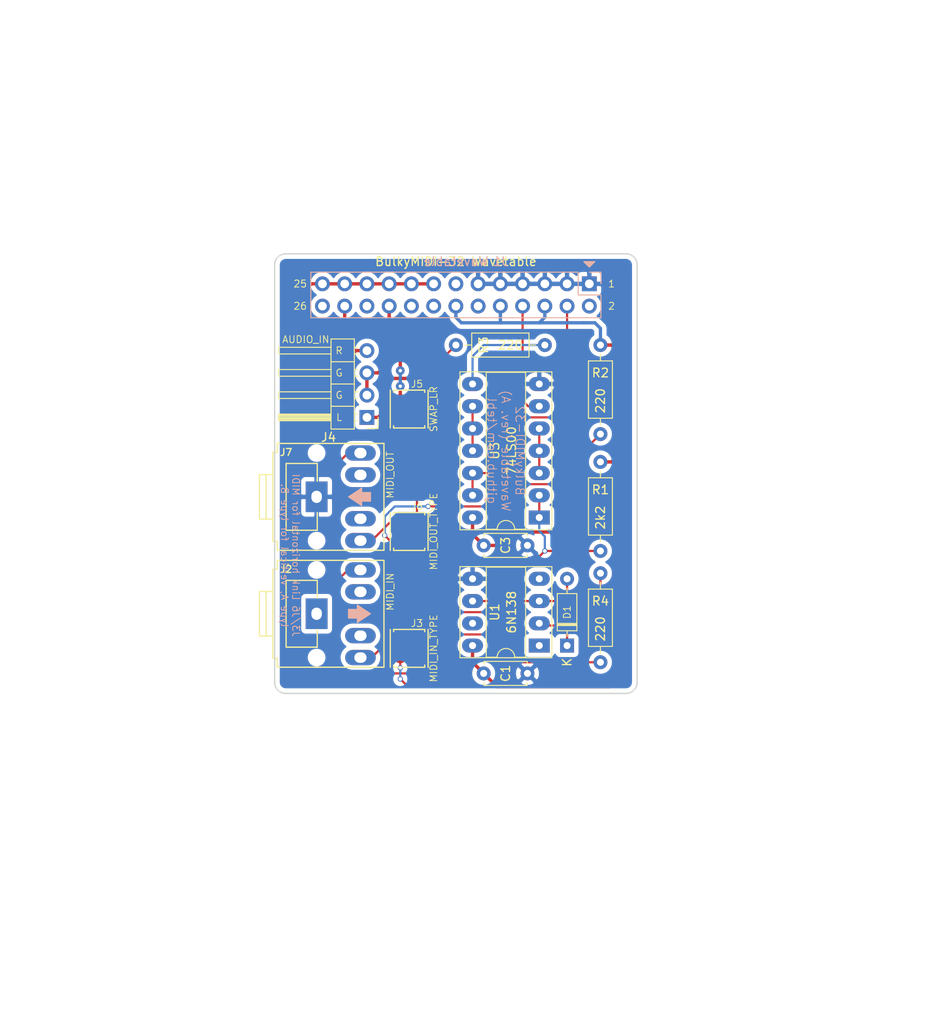
<source format=kicad_pcb>
(kicad_pcb (version 20171130) (host pcbnew "(5.1.8)-1")

  (general
    (thickness 1.6)
    (drawings 15)
    (tracks 161)
    (zones 0)
    (modules 16)
    (nets 23)
  )

  (page A4)
  (layers
    (0 F.Cu signal)
    (31 B.Cu signal)
    (32 B.Adhes user)
    (33 F.Adhes user)
    (34 B.Paste user)
    (35 F.Paste user)
    (36 B.SilkS user)
    (37 F.SilkS user)
    (38 B.Mask user)
    (39 F.Mask user)
    (40 Dwgs.User user)
    (41 Cmts.User user)
    (42 Eco1.User user)
    (43 Eco2.User user)
    (44 Edge.Cuts user)
    (45 Margin user)
    (46 B.CrtYd user)
    (47 F.CrtYd user)
    (48 B.Fab user)
    (49 F.Fab user)
  )

  (setup
    (last_trace_width 0.25)
    (user_trace_width 0.381)
    (trace_clearance 0.2)
    (zone_clearance 0.508)
    (zone_45_only no)
    (trace_min 0.2)
    (via_size 0.6)
    (via_drill 0.4)
    (via_min_size 0.4)
    (via_min_drill 0.3)
    (user_via 1 0.4)
    (uvia_size 0.3)
    (uvia_drill 0.1)
    (uvias_allowed no)
    (uvia_min_size 0.2)
    (uvia_min_drill 0.1)
    (edge_width 0.15)
    (segment_width 0.2)
    (pcb_text_width 0.3)
    (pcb_text_size 1.5 1.5)
    (mod_edge_width 0.15)
    (mod_text_size 1 1)
    (mod_text_width 0.15)
    (pad_size 4 4)
    (pad_drill 3.048)
    (pad_to_mask_clearance 0)
    (aux_axis_origin 0 0)
    (visible_elements 7FFFFFFF)
    (pcbplotparams
      (layerselection 0x011fc_ffffffff)
      (usegerberextensions true)
      (usegerberattributes false)
      (usegerberadvancedattributes false)
      (creategerberjobfile false)
      (excludeedgelayer true)
      (linewidth 0.100000)
      (plotframeref false)
      (viasonmask false)
      (mode 1)
      (useauxorigin false)
      (hpglpennumber 1)
      (hpglpenspeed 20)
      (hpglpendiameter 15.000000)
      (psnegative false)
      (psa4output false)
      (plotreference true)
      (plotvalue true)
      (plotinvisibletext false)
      (padsonsilk false)
      (subtractmaskfromsilk false)
      (outputformat 1)
      (mirror false)
      (drillshape 0)
      (scaleselection 1)
      (outputdirectory "export/"))
  )

  (net 0 "")
  (net 1 GND)
  (net 2 +5V)
  (net 3 "Net-(D1-Pad1)")
  (net 4 "Net-(J2-Pad5)")
  (net 5 "Net-(R1-Pad2)")
  (net 6 MIDI_TxD)
  (net 7 "Net-(R3-Pad2)")
  (net 8 "Net-(U3-Pad10)")
  (net 9 "Net-(U3-Pad3)")
  (net 10 MIDI_RxD)
  (net 11 GNDA)
  (net 12 /RIGHT)
  (net 13 /LEFT)
  (net 14 "Net-(J4-Pad1)")
  (net 15 "Net-(J4-Pad4)")
  (net 16 /MIDI_IN_SINK)
  (net 17 "Net-(J2-Pad2)")
  (net 18 /MIDI_IN_SOURCE)
  (net 19 "Net-(J6-Pad1a)")
  (net 20 "Net-(J6-Pad2b)")
  (net 21 "Net-(J6-Pad1b)")
  (net 22 "Net-(J6-Pad2a)")

  (net_class Default "This is the default net class."
    (clearance 0.2)
    (trace_width 0.25)
    (via_dia 0.6)
    (via_drill 0.4)
    (uvia_dia 0.3)
    (uvia_drill 0.1)
    (add_net /MIDI_IN_SINK)
    (add_net /MIDI_IN_SOURCE)
    (add_net MIDI_RxD)
    (add_net MIDI_TxD)
    (add_net "Net-(D1-Pad1)")
    (add_net "Net-(J2-Pad2)")
    (add_net "Net-(J2-Pad5)")
    (add_net "Net-(J6-Pad1a)")
    (add_net "Net-(J6-Pad1b)")
    (add_net "Net-(J6-Pad2a)")
    (add_net "Net-(J6-Pad2b)")
    (add_net "Net-(R1-Pad2)")
    (add_net "Net-(R3-Pad2)")
    (add_net "Net-(U3-Pad10)")
    (add_net "Net-(U3-Pad3)")
  )

  (net_class Power ""
    (clearance 0.2)
    (trace_width 0.381)
    (via_dia 1)
    (via_drill 0.4)
    (uvia_dia 0.3)
    (uvia_drill 0.1)
    (add_net +5V)
    (add_net /LEFT)
    (add_net /RIGHT)
    (add_net GND)
    (add_net GNDA)
    (add_net "Net-(J4-Pad1)")
    (add_net "Net-(J4-Pad4)")
  )

  (module Resistor_THT:R_Axial_DIN0207_L6.3mm_D2.5mm_P10.16mm_Horizontal (layer F.Cu) (tedit 5AE5139B) (tstamp 63DF326E)
    (at 134.62 77.47 270)
    (descr "Resistor, Axial_DIN0207 series, Axial, Horizontal, pin pitch=10.16mm, 0.25W = 1/4W, length*diameter=6.3*2.5mm^2, http://cdn-reichelt.de/documents/datenblatt/B400/1_4W%23YAG.pdf")
    (tags "Resistor Axial_DIN0207 series Axial Horizontal pin pitch 10.16mm 0.25W = 1/4W length 6.3mm diameter 2.5mm")
    (path /5FD00C73)
    (fp_text reference R2 (at 3.175 0) (layer F.SilkS)
      (effects (font (size 1 1) (thickness 0.15)))
    )
    (fp_text value 220 (at 6.35 0 90) (layer F.SilkS)
      (effects (font (size 1 1) (thickness 0.15)))
    )
    (fp_line (start 11.21 -1.5) (end -1.05 -1.5) (layer F.CrtYd) (width 0.05))
    (fp_line (start 11.21 1.5) (end 11.21 -1.5) (layer F.CrtYd) (width 0.05))
    (fp_line (start -1.05 1.5) (end 11.21 1.5) (layer F.CrtYd) (width 0.05))
    (fp_line (start -1.05 -1.5) (end -1.05 1.5) (layer F.CrtYd) (width 0.05))
    (fp_line (start 9.12 0) (end 8.35 0) (layer F.SilkS) (width 0.12))
    (fp_line (start 1.04 0) (end 1.81 0) (layer F.SilkS) (width 0.12))
    (fp_line (start 8.35 -1.37) (end 1.81 -1.37) (layer F.SilkS) (width 0.12))
    (fp_line (start 8.35 1.37) (end 8.35 -1.37) (layer F.SilkS) (width 0.12))
    (fp_line (start 1.81 1.37) (end 8.35 1.37) (layer F.SilkS) (width 0.12))
    (fp_line (start 1.81 -1.37) (end 1.81 1.37) (layer F.SilkS) (width 0.12))
    (fp_line (start 10.16 0) (end 8.23 0) (layer F.Fab) (width 0.1))
    (fp_line (start 0 0) (end 1.93 0) (layer F.Fab) (width 0.1))
    (fp_line (start 8.23 -1.25) (end 1.93 -1.25) (layer F.Fab) (width 0.1))
    (fp_line (start 8.23 1.25) (end 8.23 -1.25) (layer F.Fab) (width 0.1))
    (fp_line (start 1.93 1.25) (end 8.23 1.25) (layer F.Fab) (width 0.1))
    (fp_line (start 1.93 -1.25) (end 1.93 1.25) (layer F.Fab) (width 0.1))
    (fp_text user %R (at 3.175 0) (layer F.Fab)
      (effects (font (size 1 1) (thickness 0.15)))
    )
    (pad 1 thru_hole circle (at 0 0 270) (size 1.6 1.6) (drill 0.8) (layers *.Cu *.Mask)
      (net 2 +5V))
    (pad 2 thru_hole oval (at 10.16 0 270) (size 1.6 1.6) (drill 0.8) (layers *.Cu *.Mask)
      (net 21 "Net-(J6-Pad1b)"))
    (model ${KISYS3DMOD}/Resistor_THT.3dshapes/R_Axial_DIN0207_L6.3mm_D2.5mm_P10.16mm_Horizontal.wrl
      (at (xyz 0 0 0))
      (scale (xyz 1 1 1))
      (rotate (xyz 0 0 0))
    )
  )

  (module Diode_THT:D_DO-35_SOD27_P7.62mm_Horizontal (layer F.Cu) (tedit 5AE50CD5) (tstamp 6204C294)
    (at 130.81 111.76 90)
    (descr "Diode, DO-35_SOD27 series, Axial, Horizontal, pin pitch=7.62mm, , length*diameter=4*2mm^2, , http://www.diodes.com/_files/packages/DO-35.pdf")
    (tags "Diode DO-35_SOD27 series Axial Horizontal pin pitch 7.62mm  length 4mm diameter 2mm")
    (path /5F99E152)
    (fp_text reference D1 (at 3.81 0 90) (layer F.SilkS)
      (effects (font (size 0.8 0.8) (thickness 0.1)))
    )
    (fp_text value 1N4148 (at 3.81 2.12 90) (layer F.Fab)
      (effects (font (size 1 1) (thickness 0.15)))
    )
    (fp_line (start 8.67 -1.25) (end -1.05 -1.25) (layer F.CrtYd) (width 0.05))
    (fp_line (start 8.67 1.25) (end 8.67 -1.25) (layer F.CrtYd) (width 0.05))
    (fp_line (start -1.05 1.25) (end 8.67 1.25) (layer F.CrtYd) (width 0.05))
    (fp_line (start -1.05 -1.25) (end -1.05 1.25) (layer F.CrtYd) (width 0.05))
    (fp_line (start 2.29 -1.12) (end 2.29 1.12) (layer F.SilkS) (width 0.12))
    (fp_line (start 2.53 -1.12) (end 2.53 1.12) (layer F.SilkS) (width 0.12))
    (fp_line (start 2.41 -1.12) (end 2.41 1.12) (layer F.SilkS) (width 0.12))
    (fp_line (start 6.58 0) (end 5.93 0) (layer F.SilkS) (width 0.12))
    (fp_line (start 1.04 0) (end 1.69 0) (layer F.SilkS) (width 0.12))
    (fp_line (start 5.93 -1.12) (end 1.69 -1.12) (layer F.SilkS) (width 0.12))
    (fp_line (start 5.93 1.12) (end 5.93 -1.12) (layer F.SilkS) (width 0.12))
    (fp_line (start 1.69 1.12) (end 5.93 1.12) (layer F.SilkS) (width 0.12))
    (fp_line (start 1.69 -1.12) (end 1.69 1.12) (layer F.SilkS) (width 0.12))
    (fp_line (start 2.31 -1) (end 2.31 1) (layer F.Fab) (width 0.1))
    (fp_line (start 2.51 -1) (end 2.51 1) (layer F.Fab) (width 0.1))
    (fp_line (start 2.41 -1) (end 2.41 1) (layer F.Fab) (width 0.1))
    (fp_line (start 7.62 0) (end 5.81 0) (layer F.Fab) (width 0.1))
    (fp_line (start 0 0) (end 1.81 0) (layer F.Fab) (width 0.1))
    (fp_line (start 5.81 -1) (end 1.81 -1) (layer F.Fab) (width 0.1))
    (fp_line (start 5.81 1) (end 5.81 -1) (layer F.Fab) (width 0.1))
    (fp_line (start 1.81 1) (end 5.81 1) (layer F.Fab) (width 0.1))
    (fp_line (start 1.81 -1) (end 1.81 1) (layer F.Fab) (width 0.1))
    (fp_text user %R (at 4.11 0 90) (layer F.Fab)
      (effects (font (size 0.8 0.8) (thickness 0.12)))
    )
    (fp_text user K (at -1.905 0 90) (layer F.Fab)
      (effects (font (size 1 1) (thickness 0.15)))
    )
    (fp_text user K (at -1.905 0 90) (layer F.SilkS)
      (effects (font (size 1 1) (thickness 0.15)))
    )
    (pad 1 thru_hole rect (at 0 0 90) (size 1.6 1.6) (drill 0.8) (layers *.Cu *.Mask)
      (net 3 "Net-(D1-Pad1)"))
    (pad 2 thru_hole oval (at 7.62 0 90) (size 1.6 1.6) (drill 0.8) (layers *.Cu *.Mask)
      (net 16 /MIDI_IN_SINK))
    (model ${KISYS3DMOD}/Diode_THT.3dshapes/D_DO-35_SOD27_P7.62mm_Horizontal.wrl
      (at (xyz 0 0 0))
      (scale (xyz 1 1 1))
      (rotate (xyz 0 0 0))
    )
  )

  (module Resistor_THT:R_Axial_DIN0207_L6.3mm_D2.5mm_P10.16mm_Horizontal (layer F.Cu) (tedit 5AE5139B) (tstamp 6204C2E8)
    (at 134.62 90.805 270)
    (descr "Resistor, Axial_DIN0207 series, Axial, Horizontal, pin pitch=10.16mm, 0.25W = 1/4W, length*diameter=6.3*2.5mm^2, http://cdn-reichelt.de/documents/datenblatt/B400/1_4W%23YAG.pdf")
    (tags "Resistor Axial_DIN0207 series Axial Horizontal pin pitch 10.16mm 0.25W = 1/4W length 6.3mm diameter 2.5mm")
    (path /6219F0FD)
    (fp_text reference R1 (at 3.175 0) (layer F.SilkS)
      (effects (font (size 1 1) (thickness 0.15)))
    )
    (fp_text value 2k2 (at 6.35 0 90) (layer F.SilkS)
      (effects (font (size 1 1) (thickness 0.15)))
    )
    (fp_line (start 1.93 -1.25) (end 1.93 1.25) (layer F.Fab) (width 0.1))
    (fp_line (start 1.93 1.25) (end 8.23 1.25) (layer F.Fab) (width 0.1))
    (fp_line (start 8.23 1.25) (end 8.23 -1.25) (layer F.Fab) (width 0.1))
    (fp_line (start 8.23 -1.25) (end 1.93 -1.25) (layer F.Fab) (width 0.1))
    (fp_line (start 0 0) (end 1.93 0) (layer F.Fab) (width 0.1))
    (fp_line (start 10.16 0) (end 8.23 0) (layer F.Fab) (width 0.1))
    (fp_line (start 1.81 -1.37) (end 1.81 1.37) (layer F.SilkS) (width 0.12))
    (fp_line (start 1.81 1.37) (end 8.35 1.37) (layer F.SilkS) (width 0.12))
    (fp_line (start 8.35 1.37) (end 8.35 -1.37) (layer F.SilkS) (width 0.12))
    (fp_line (start 8.35 -1.37) (end 1.81 -1.37) (layer F.SilkS) (width 0.12))
    (fp_line (start 1.04 0) (end 1.81 0) (layer F.SilkS) (width 0.12))
    (fp_line (start 9.12 0) (end 8.35 0) (layer F.SilkS) (width 0.12))
    (fp_line (start -1.05 -1.5) (end -1.05 1.5) (layer F.CrtYd) (width 0.05))
    (fp_line (start -1.05 1.5) (end 11.21 1.5) (layer F.CrtYd) (width 0.05))
    (fp_line (start 11.21 1.5) (end 11.21 -1.5) (layer F.CrtYd) (width 0.05))
    (fp_line (start 11.21 -1.5) (end -1.05 -1.5) (layer F.CrtYd) (width 0.05))
    (fp_text user %R (at 3.175 0) (layer F.Fab)
      (effects (font (size 1 1) (thickness 0.15)))
    )
    (pad 2 thru_hole oval (at 10.16 0 270) (size 1.6 1.6) (drill 0.8) (layers *.Cu *.Mask)
      (net 5 "Net-(R1-Pad2)"))
    (pad 1 thru_hole circle (at 0 0 270) (size 1.6 1.6) (drill 0.8) (layers *.Cu *.Mask)
      (net 2 +5V))
    (model ${KISYS3DMOD}/Resistor_THT.3dshapes/R_Axial_DIN0207_L6.3mm_D2.5mm_P10.16mm_Horizontal.wrl
      (at (xyz 0 0 0))
      (scale (xyz 1 1 1))
      (rotate (xyz 0 0 0))
    )
  )

  (module Resistor_THT:R_Axial_DIN0207_L6.3mm_D2.5mm_P10.16mm_Horizontal (layer F.Cu) (tedit 5AE5139B) (tstamp 62059B4B)
    (at 118.11 77.47)
    (descr "Resistor, Axial_DIN0207 series, Axial, Horizontal, pin pitch=10.16mm, 0.25W = 1/4W, length*diameter=6.3*2.5mm^2, http://cdn-reichelt.de/documents/datenblatt/B400/1_4W%23YAG.pdf")
    (tags "Resistor Axial_DIN0207 series Axial Horizontal pin pitch 10.16mm 0.25W = 1/4W length 6.3mm diameter 2.5mm")
    (path /622D9678)
    (fp_text reference R3 (at 3.175 0 270) (layer F.SilkS)
      (effects (font (size 1 1) (thickness 0.15)))
    )
    (fp_text value 220 (at 6.223 0) (layer F.SilkS)
      (effects (font (size 1 1) (thickness 0.15)))
    )
    (fp_line (start 1.93 -1.25) (end 1.93 1.25) (layer F.Fab) (width 0.1))
    (fp_line (start 1.93 1.25) (end 8.23 1.25) (layer F.Fab) (width 0.1))
    (fp_line (start 8.23 1.25) (end 8.23 -1.25) (layer F.Fab) (width 0.1))
    (fp_line (start 8.23 -1.25) (end 1.93 -1.25) (layer F.Fab) (width 0.1))
    (fp_line (start 0 0) (end 1.93 0) (layer F.Fab) (width 0.1))
    (fp_line (start 10.16 0) (end 8.23 0) (layer F.Fab) (width 0.1))
    (fp_line (start 1.81 -1.37) (end 1.81 1.37) (layer F.SilkS) (width 0.12))
    (fp_line (start 1.81 1.37) (end 8.35 1.37) (layer F.SilkS) (width 0.12))
    (fp_line (start 8.35 1.37) (end 8.35 -1.37) (layer F.SilkS) (width 0.12))
    (fp_line (start 8.35 -1.37) (end 1.81 -1.37) (layer F.SilkS) (width 0.12))
    (fp_line (start 1.04 0) (end 1.81 0) (layer F.SilkS) (width 0.12))
    (fp_line (start 9.12 0) (end 8.35 0) (layer F.SilkS) (width 0.12))
    (fp_line (start -1.05 -1.5) (end -1.05 1.5) (layer F.CrtYd) (width 0.05))
    (fp_line (start -1.05 1.5) (end 11.21 1.5) (layer F.CrtYd) (width 0.05))
    (fp_line (start 11.21 1.5) (end 11.21 -1.5) (layer F.CrtYd) (width 0.05))
    (fp_line (start 11.21 -1.5) (end -1.05 -1.5) (layer F.CrtYd) (width 0.05))
    (fp_text user %R (at 3.175 0 270) (layer F.Fab)
      (effects (font (size 1 1) (thickness 0.15)))
    )
    (pad 2 thru_hole oval (at 10.16 0) (size 1.6 1.6) (drill 0.8) (layers *.Cu *.Mask)
      (net 7 "Net-(R3-Pad2)"))
    (pad 1 thru_hole circle (at 0 0) (size 1.6 1.6) (drill 0.8) (layers *.Cu *.Mask)
      (net 20 "Net-(J6-Pad2b)"))
    (model ${KISYS3DMOD}/Resistor_THT.3dshapes/R_Axial_DIN0207_L6.3mm_D2.5mm_P10.16mm_Horizontal.wrl
      (at (xyz 0 0 0))
      (scale (xyz 1 1 1))
      (rotate (xyz 0 0 0))
    )
  )

  (module Resistor_THT:R_Axial_DIN0207_L6.3mm_D2.5mm_P10.16mm_Horizontal (layer F.Cu) (tedit 5AE5139B) (tstamp 6204C32D)
    (at 134.62 103.505 270)
    (descr "Resistor, Axial_DIN0207 series, Axial, Horizontal, pin pitch=10.16mm, 0.25W = 1/4W, length*diameter=6.3*2.5mm^2, http://cdn-reichelt.de/documents/datenblatt/B400/1_4W%23YAG.pdf")
    (tags "Resistor Axial_DIN0207 series Axial Horizontal pin pitch 10.16mm 0.25W = 1/4W length 6.3mm diameter 2.5mm")
    (path /5F99E885)
    (fp_text reference R4 (at 3.175 0) (layer F.SilkS)
      (effects (font (size 1 1) (thickness 0.15)))
    )
    (fp_text value 220 (at 6.35 0 90) (layer F.SilkS)
      (effects (font (size 1 1) (thickness 0.15)))
    )
    (fp_line (start 11.21 -1.5) (end -1.05 -1.5) (layer F.CrtYd) (width 0.05))
    (fp_line (start 11.21 1.5) (end 11.21 -1.5) (layer F.CrtYd) (width 0.05))
    (fp_line (start -1.05 1.5) (end 11.21 1.5) (layer F.CrtYd) (width 0.05))
    (fp_line (start -1.05 -1.5) (end -1.05 1.5) (layer F.CrtYd) (width 0.05))
    (fp_line (start 9.12 0) (end 8.35 0) (layer F.SilkS) (width 0.12))
    (fp_line (start 1.04 0) (end 1.81 0) (layer F.SilkS) (width 0.12))
    (fp_line (start 8.35 -1.37) (end 1.81 -1.37) (layer F.SilkS) (width 0.12))
    (fp_line (start 8.35 1.37) (end 8.35 -1.37) (layer F.SilkS) (width 0.12))
    (fp_line (start 1.81 1.37) (end 8.35 1.37) (layer F.SilkS) (width 0.12))
    (fp_line (start 1.81 -1.37) (end 1.81 1.37) (layer F.SilkS) (width 0.12))
    (fp_line (start 10.16 0) (end 8.23 0) (layer F.Fab) (width 0.1))
    (fp_line (start 0 0) (end 1.93 0) (layer F.Fab) (width 0.1))
    (fp_line (start 8.23 -1.25) (end 1.93 -1.25) (layer F.Fab) (width 0.1))
    (fp_line (start 8.23 1.25) (end 8.23 -1.25) (layer F.Fab) (width 0.1))
    (fp_line (start 1.93 1.25) (end 8.23 1.25) (layer F.Fab) (width 0.1))
    (fp_line (start 1.93 -1.25) (end 1.93 1.25) (layer F.Fab) (width 0.1))
    (fp_text user %R (at 3.175 0) (layer F.Fab)
      (effects (font (size 1 1) (thickness 0.15)))
    )
    (pad 1 thru_hole circle (at 0 0 270) (size 1.6 1.6) (drill 0.8) (layers *.Cu *.Mask)
      (net 3 "Net-(D1-Pad1)"))
    (pad 2 thru_hole oval (at 10.16 0 270) (size 1.6 1.6) (drill 0.8) (layers *.Cu *.Mask)
      (net 18 /MIDI_IN_SOURCE))
    (model ${KISYS3DMOD}/Resistor_THT.3dshapes/R_Axial_DIN0207_L6.3mm_D2.5mm_P10.16mm_Horizontal.wrl
      (at (xyz 0 0 0))
      (scale (xyz 1 1 1))
      (rotate (xyz 0 0 0))
    )
  )

  (module Package_DIP:DIP-8_W7.62mm_Socket_LongPads (layer F.Cu) (tedit 5A02E8C5) (tstamp 6204C351)
    (at 127.635 111.76 180)
    (descr "8-lead though-hole mounted DIP package, row spacing 7.62 mm (300 mils), Socket, LongPads")
    (tags "THT DIP DIL PDIP 2.54mm 7.62mm 300mil Socket LongPads")
    (path /62109585)
    (fp_text reference U1 (at 5.08 3.81 270) (layer F.SilkS)
      (effects (font (size 1 1) (thickness 0.15)))
    )
    (fp_text value 6N138 (at 3.175 3.81 270) (layer F.SilkS)
      (effects (font (size 1 1) (thickness 0.15)))
    )
    (fp_line (start 9.15 -1.6) (end -1.55 -1.6) (layer F.CrtYd) (width 0.05))
    (fp_line (start 9.15 9.2) (end 9.15 -1.6) (layer F.CrtYd) (width 0.05))
    (fp_line (start -1.55 9.2) (end 9.15 9.2) (layer F.CrtYd) (width 0.05))
    (fp_line (start -1.55 -1.6) (end -1.55 9.2) (layer F.CrtYd) (width 0.05))
    (fp_line (start 9.06 -1.39) (end -1.44 -1.39) (layer F.SilkS) (width 0.12))
    (fp_line (start 9.06 9.01) (end 9.06 -1.39) (layer F.SilkS) (width 0.12))
    (fp_line (start -1.44 9.01) (end 9.06 9.01) (layer F.SilkS) (width 0.12))
    (fp_line (start -1.44 -1.39) (end -1.44 9.01) (layer F.SilkS) (width 0.12))
    (fp_line (start 6.06 -1.33) (end 4.81 -1.33) (layer F.SilkS) (width 0.12))
    (fp_line (start 6.06 8.95) (end 6.06 -1.33) (layer F.SilkS) (width 0.12))
    (fp_line (start 1.56 8.95) (end 6.06 8.95) (layer F.SilkS) (width 0.12))
    (fp_line (start 1.56 -1.33) (end 1.56 8.95) (layer F.SilkS) (width 0.12))
    (fp_line (start 2.81 -1.33) (end 1.56 -1.33) (layer F.SilkS) (width 0.12))
    (fp_line (start 8.89 -1.33) (end -1.27 -1.33) (layer F.Fab) (width 0.1))
    (fp_line (start 8.89 8.95) (end 8.89 -1.33) (layer F.Fab) (width 0.1))
    (fp_line (start -1.27 8.95) (end 8.89 8.95) (layer F.Fab) (width 0.1))
    (fp_line (start -1.27 -1.33) (end -1.27 8.95) (layer F.Fab) (width 0.1))
    (fp_line (start 0.635 -0.27) (end 1.635 -1.27) (layer F.Fab) (width 0.1))
    (fp_line (start 0.635 8.89) (end 0.635 -0.27) (layer F.Fab) (width 0.1))
    (fp_line (start 6.985 8.89) (end 0.635 8.89) (layer F.Fab) (width 0.1))
    (fp_line (start 6.985 -1.27) (end 6.985 8.89) (layer F.Fab) (width 0.1))
    (fp_line (start 1.635 -1.27) (end 6.985 -1.27) (layer F.Fab) (width 0.1))
    (fp_arc (start 3.81 -1.33) (end 2.81 -1.33) (angle -180) (layer F.SilkS) (width 0.12))
    (fp_text user %R (at 5.08 3.81 270) (layer F.Fab)
      (effects (font (size 1 1) (thickness 0.15)))
    )
    (pad 1 thru_hole rect (at 0 0 180) (size 2.4 1.6) (drill 0.8) (layers *.Cu *.Mask))
    (pad 5 thru_hole oval (at 7.62 7.62 180) (size 2.4 1.6) (drill 0.8) (layers *.Cu *.Mask)
      (net 1 GND))
    (pad 2 thru_hole oval (at 0 2.54 180) (size 2.4 1.6) (drill 0.8) (layers *.Cu *.Mask)
      (net 3 "Net-(D1-Pad1)"))
    (pad 6 thru_hole oval (at 7.62 5.08 180) (size 2.4 1.6) (drill 0.8) (layers *.Cu *.Mask)
      (net 5 "Net-(R1-Pad2)"))
    (pad 3 thru_hole oval (at 0 5.08 180) (size 2.4 1.6) (drill 0.8) (layers *.Cu *.Mask)
      (net 16 /MIDI_IN_SINK))
    (pad 7 thru_hole oval (at 7.62 2.54 180) (size 2.4 1.6) (drill 0.8) (layers *.Cu *.Mask))
    (pad 4 thru_hole oval (at 0 7.62 180) (size 2.4 1.6) (drill 0.8) (layers *.Cu *.Mask))
    (pad 8 thru_hole oval (at 7.62 0 180) (size 2.4 1.6) (drill 0.8) (layers *.Cu *.Mask)
      (net 2 +5V))
    (model ${KISYS3DMOD}/Package_DIP.3dshapes/DIP-8_W7.62mm_Socket.wrl
      (at (xyz 0 0 0))
      (scale (xyz 1 1 1))
      (rotate (xyz 0 0 0))
    )
  )

  (module Package_DIP:DIP-14_W7.62mm_Socket_LongPads (layer F.Cu) (tedit 5A02E8C5) (tstamp 6204C37B)
    (at 127.635 97.155 180)
    (descr "14-lead though-hole mounted DIP package, row spacing 7.62 mm (300 mils), Socket, LongPads")
    (tags "THT DIP DIL PDIP 2.54mm 7.62mm 300mil Socket LongPads")
    (path /620D2C7D)
    (fp_text reference U3 (at 5.08 7.62 270) (layer F.SilkS)
      (effects (font (size 1 1) (thickness 0.15)))
    )
    (fp_text value 74LS00 (at 3.175 7.62 270) (layer F.SilkS)
      (effects (font (size 1 1) (thickness 0.15)))
    )
    (fp_line (start 9.15 -1.6) (end -1.55 -1.6) (layer F.CrtYd) (width 0.05))
    (fp_line (start 9.15 16.85) (end 9.15 -1.6) (layer F.CrtYd) (width 0.05))
    (fp_line (start -1.55 16.85) (end 9.15 16.85) (layer F.CrtYd) (width 0.05))
    (fp_line (start -1.55 -1.6) (end -1.55 16.85) (layer F.CrtYd) (width 0.05))
    (fp_line (start 9.06 -1.39) (end -1.44 -1.39) (layer F.SilkS) (width 0.12))
    (fp_line (start 9.06 16.63) (end 9.06 -1.39) (layer F.SilkS) (width 0.12))
    (fp_line (start -1.44 16.63) (end 9.06 16.63) (layer F.SilkS) (width 0.12))
    (fp_line (start -1.44 -1.39) (end -1.44 16.63) (layer F.SilkS) (width 0.12))
    (fp_line (start 6.06 -1.33) (end 4.81 -1.33) (layer F.SilkS) (width 0.12))
    (fp_line (start 6.06 16.57) (end 6.06 -1.33) (layer F.SilkS) (width 0.12))
    (fp_line (start 1.56 16.57) (end 6.06 16.57) (layer F.SilkS) (width 0.12))
    (fp_line (start 1.56 -1.33) (end 1.56 16.57) (layer F.SilkS) (width 0.12))
    (fp_line (start 2.81 -1.33) (end 1.56 -1.33) (layer F.SilkS) (width 0.12))
    (fp_line (start 8.89 -1.33) (end -1.27 -1.33) (layer F.Fab) (width 0.1))
    (fp_line (start 8.89 16.57) (end 8.89 -1.33) (layer F.Fab) (width 0.1))
    (fp_line (start -1.27 16.57) (end 8.89 16.57) (layer F.Fab) (width 0.1))
    (fp_line (start -1.27 -1.33) (end -1.27 16.57) (layer F.Fab) (width 0.1))
    (fp_line (start 0.635 -0.27) (end 1.635 -1.27) (layer F.Fab) (width 0.1))
    (fp_line (start 0.635 16.51) (end 0.635 -0.27) (layer F.Fab) (width 0.1))
    (fp_line (start 6.985 16.51) (end 0.635 16.51) (layer F.Fab) (width 0.1))
    (fp_line (start 6.985 -1.27) (end 6.985 16.51) (layer F.Fab) (width 0.1))
    (fp_line (start 1.635 -1.27) (end 6.985 -1.27) (layer F.Fab) (width 0.1))
    (fp_arc (start 3.81 -1.33) (end 2.81 -1.33) (angle -180) (layer F.SilkS) (width 0.12))
    (fp_text user %R (at 5.08 7.62 270) (layer F.Fab)
      (effects (font (size 1 1) (thickness 0.15)))
    )
    (pad 1 thru_hole rect (at 0 0 180) (size 2.4 1.6) (drill 0.8) (layers *.Cu *.Mask)
      (net 5 "Net-(R1-Pad2)"))
    (pad 8 thru_hole oval (at 7.62 15.24 180) (size 2.4 1.6) (drill 0.8) (layers *.Cu *.Mask)
      (net 7 "Net-(R3-Pad2)"))
    (pad 2 thru_hole oval (at 0 2.54 180) (size 2.4 1.6) (drill 0.8) (layers *.Cu *.Mask)
      (net 5 "Net-(R1-Pad2)"))
    (pad 9 thru_hole oval (at 7.62 12.7 180) (size 2.4 1.6) (drill 0.8) (layers *.Cu *.Mask)
      (net 8 "Net-(U3-Pad10)"))
    (pad 3 thru_hole oval (at 0 5.08 180) (size 2.4 1.6) (drill 0.8) (layers *.Cu *.Mask)
      (net 9 "Net-(U3-Pad3)"))
    (pad 10 thru_hole oval (at 7.62 10.16 180) (size 2.4 1.6) (drill 0.8) (layers *.Cu *.Mask)
      (net 8 "Net-(U3-Pad10)"))
    (pad 4 thru_hole oval (at 0 7.62 180) (size 2.4 1.6) (drill 0.8) (layers *.Cu *.Mask)
      (net 9 "Net-(U3-Pad3)"))
    (pad 11 thru_hole oval (at 7.62 7.62 180) (size 2.4 1.6) (drill 0.8) (layers *.Cu *.Mask)
      (net 8 "Net-(U3-Pad10)"))
    (pad 5 thru_hole oval (at 0 10.16 180) (size 2.4 1.6) (drill 0.8) (layers *.Cu *.Mask)
      (net 9 "Net-(U3-Pad3)"))
    (pad 12 thru_hole oval (at 7.62 5.08 180) (size 2.4 1.6) (drill 0.8) (layers *.Cu *.Mask)
      (net 6 MIDI_TxD))
    (pad 6 thru_hole oval (at 0 12.7 180) (size 2.4 1.6) (drill 0.8) (layers *.Cu *.Mask)
      (net 10 MIDI_RxD))
    (pad 13 thru_hole oval (at 7.62 2.54 180) (size 2.4 1.6) (drill 0.8) (layers *.Cu *.Mask)
      (net 6 MIDI_TxD))
    (pad 7 thru_hole oval (at 0 15.24 180) (size 2.4 1.6) (drill 0.8) (layers *.Cu *.Mask)
      (net 1 GND))
    (pad 14 thru_hole oval (at 7.62 0 180) (size 2.4 1.6) (drill 0.8) (layers *.Cu *.Mask)
      (net 2 +5V))
    (model ${KISYS3DMOD}/Package_DIP.3dshapes/DIP-14_W7.62mm_Socket.wrl
      (at (xyz 0 0 0))
      (scale (xyz 1 1 1))
      (rotate (xyz 0 0 0))
    )
  )

  (module Capacitor_THT:C_Disc_D4.7mm_W2.5mm_P5.00mm (layer F.Cu) (tedit 5AE50EF0) (tstamp 63DF8CE6)
    (at 121.285 114.935)
    (descr "C, Disc series, Radial, pin pitch=5.00mm, , diameter*width=4.7*2.5mm^2, Capacitor, http://www.vishay.com/docs/45233/krseries.pdf")
    (tags "C Disc series Radial pin pitch 5.00mm  diameter 4.7mm width 2.5mm Capacitor")
    (path /5F0DF157)
    (fp_text reference C1 (at 2.5 0 270) (layer F.SilkS)
      (effects (font (size 1 1) (thickness 0.15)))
    )
    (fp_text value 100nF (at 2.5 2.5) (layer F.Fab)
      (effects (font (size 1 1) (thickness 0.15)))
    )
    (fp_line (start 0.15 -1.25) (end 0.15 1.25) (layer F.Fab) (width 0.1))
    (fp_line (start 0.15 1.25) (end 4.85 1.25) (layer F.Fab) (width 0.1))
    (fp_line (start 4.85 1.25) (end 4.85 -1.25) (layer F.Fab) (width 0.1))
    (fp_line (start 4.85 -1.25) (end 0.15 -1.25) (layer F.Fab) (width 0.1))
    (fp_line (start 0.03 -1.37) (end 4.97 -1.37) (layer F.SilkS) (width 0.12))
    (fp_line (start 0.03 1.37) (end 4.97 1.37) (layer F.SilkS) (width 0.12))
    (fp_line (start 0.03 -1.37) (end 0.03 -1.055) (layer F.SilkS) (width 0.12))
    (fp_line (start 0.03 1.055) (end 0.03 1.37) (layer F.SilkS) (width 0.12))
    (fp_line (start 4.97 -1.37) (end 4.97 -1.055) (layer F.SilkS) (width 0.12))
    (fp_line (start 4.97 1.055) (end 4.97 1.37) (layer F.SilkS) (width 0.12))
    (fp_line (start -1.05 -1.5) (end -1.05 1.5) (layer F.CrtYd) (width 0.05))
    (fp_line (start -1.05 1.5) (end 6.05 1.5) (layer F.CrtYd) (width 0.05))
    (fp_line (start 6.05 1.5) (end 6.05 -1.5) (layer F.CrtYd) (width 0.05))
    (fp_line (start 6.05 -1.5) (end -1.05 -1.5) (layer F.CrtYd) (width 0.05))
    (fp_text user %R (at 2.5 0 270) (layer F.Fab)
      (effects (font (size 0.94 0.94) (thickness 0.141)))
    )
    (pad 1 thru_hole circle (at 0 0) (size 1.6 1.6) (drill 0.8) (layers *.Cu *.Mask)
      (net 2 +5V))
    (pad 2 thru_hole circle (at 5 0) (size 1.6 1.6) (drill 0.8) (layers *.Cu *.Mask)
      (net 1 GND))
    (model ${KISYS3DMOD}/Capacitor_THT.3dshapes/C_Disc_D4.7mm_W2.5mm_P5.00mm.wrl
      (at (xyz 0 0 0))
      (scale (xyz 1 1 1))
      (rotate (xyz 0 0 0))
    )
  )

  (module Capacitor_THT:C_Disc_D4.7mm_W2.5mm_P5.00mm (layer F.Cu) (tedit 5AE50EF0) (tstamp 6205997E)
    (at 121.285 100.33)
    (descr "C, Disc series, Radial, pin pitch=5.00mm, , diameter*width=4.7*2.5mm^2, Capacitor, http://www.vishay.com/docs/45233/krseries.pdf")
    (tags "C Disc series Radial pin pitch 5.00mm  diameter 4.7mm width 2.5mm Capacitor")
    (path /6257FB01)
    (fp_text reference C3 (at 2.5 0 270) (layer F.SilkS)
      (effects (font (size 1 1) (thickness 0.15)))
    )
    (fp_text value 100nF (at 2.5 2.5) (layer F.Fab)
      (effects (font (size 1 1) (thickness 0.15)))
    )
    (fp_line (start 6.05 -1.5) (end -1.05 -1.5) (layer F.CrtYd) (width 0.05))
    (fp_line (start 6.05 1.5) (end 6.05 -1.5) (layer F.CrtYd) (width 0.05))
    (fp_line (start -1.05 1.5) (end 6.05 1.5) (layer F.CrtYd) (width 0.05))
    (fp_line (start -1.05 -1.5) (end -1.05 1.5) (layer F.CrtYd) (width 0.05))
    (fp_line (start 4.97 1.055) (end 4.97 1.37) (layer F.SilkS) (width 0.12))
    (fp_line (start 4.97 -1.37) (end 4.97 -1.055) (layer F.SilkS) (width 0.12))
    (fp_line (start 0.03 1.055) (end 0.03 1.37) (layer F.SilkS) (width 0.12))
    (fp_line (start 0.03 -1.37) (end 0.03 -1.055) (layer F.SilkS) (width 0.12))
    (fp_line (start 0.03 1.37) (end 4.97 1.37) (layer F.SilkS) (width 0.12))
    (fp_line (start 0.03 -1.37) (end 4.97 -1.37) (layer F.SilkS) (width 0.12))
    (fp_line (start 4.85 -1.25) (end 0.15 -1.25) (layer F.Fab) (width 0.1))
    (fp_line (start 4.85 1.25) (end 4.85 -1.25) (layer F.Fab) (width 0.1))
    (fp_line (start 0.15 1.25) (end 4.85 1.25) (layer F.Fab) (width 0.1))
    (fp_line (start 0.15 -1.25) (end 0.15 1.25) (layer F.Fab) (width 0.1))
    (fp_text user %R (at 2.5 0 270) (layer F.Fab)
      (effects (font (size 0.94 0.94) (thickness 0.141)))
    )
    (pad 2 thru_hole circle (at 5 0) (size 1.6 1.6) (drill 0.8) (layers *.Cu *.Mask)
      (net 1 GND))
    (pad 1 thru_hole circle (at 0 0) (size 1.6 1.6) (drill 0.8) (layers *.Cu *.Mask)
      (net 2 +5V))
    (model ${KISYS3DMOD}/Capacitor_THT.3dshapes/C_Disc_D4.7mm_W2.5mm_P5.00mm.wrl
      (at (xyz 0 0 0))
      (scale (xyz 1 1 1))
      (rotate (xyz 0 0 0))
    )
  )

  (module BulkyMIDI-32:Wavetable (layer F.Cu) (tedit 63DEF9F9) (tstamp 63DF7E0B)
    (at 118.11 70.485)
    (descr "Through hole straight socket strip, 2x13, 2.54mm pitch, double cols (from Kicad 4.0.7), script generated")
    (tags "Through hole socket strip THT 2x13 2.54mm double row")
    (path /63DF49BC)
    (fp_text reference J1 (at 5.08 -2.54) (layer B.SilkS)
      (effects (font (size 1 1) (thickness 0.15)) (justify mirror))
    )
    (fp_text value Wavetable (at 0 -2.54) (layer B.SilkS)
      (effects (font (size 1 1) (thickness 0.15)) (justify mirror))
    )
    (fp_poly (pts (xy 15.24 -1.905) (xy 14.605 -2.54) (xy 15.875 -2.54)) (layer F.SilkS) (width 0.1))
    (fp_poly (pts (xy 15.24 -1.905) (xy 14.605 -2.54) (xy 15.875 -2.54)) (layer B.SilkS) (width 0.1))
    (fp_line (start -16.57 -1.33) (end 13.97 -1.33) (layer B.SilkS) (width 0.12))
    (fp_line (start -16.57 3.87) (end 16.57 3.87) (layer B.SilkS) (width 0.12))
    (fp_line (start 13.97 1.27) (end 16.57 1.27) (layer B.SilkS) (width 0.12))
    (fp_line (start 13.97 -1.33) (end 13.97 1.27) (layer B.SilkS) (width 0.12))
    (fp_line (start 16.57 -1.33) (end 16.57 0) (layer B.SilkS) (width 0.12))
    (fp_line (start 15.24 -1.33) (end 16.57 -1.33) (layer B.SilkS) (width 0.12))
    (fp_line (start 16.51 -1.27) (end 16.51 2.81) (layer F.Fab) (width 0.1))
    (fp_line (start 16.51 2.81) (end 15.51 3.81) (layer F.Fab) (width 0.1))
    (fp_line (start 15.51 3.81) (end -16.51 3.81) (layer F.Fab) (width 0.1))
    (fp_line (start -16.51 3.81) (end -16.51 -1.27) (layer F.Fab) (width 0.1))
    (fp_line (start -16.51 -1.27) (end 16.51 -1.27) (layer F.Fab) (width 0.1))
    (fp_line (start 16.57 3.87) (end 16.57 1.27) (layer B.SilkS) (width 0.12))
    (fp_line (start -16.57 -1.33) (end -16.57 3.87) (layer B.SilkS) (width 0.12))
    (fp_line (start 17.04 -1.8) (end 17.04 4.3) (layer F.CrtYd) (width 0.05))
    (fp_line (start 17.04 4.3) (end -17.01 4.3) (layer F.CrtYd) (width 0.05))
    (fp_line (start -17.01 4.3) (end -17.01 -1.8) (layer F.CrtYd) (width 0.05))
    (fp_line (start -17.01 -1.8) (end 17.04 -1.8) (layer F.CrtYd) (width 0.05))
    (fp_text user %R (at 0 3.81 180) (layer F.Fab)
      (effects (font (size 1 1) (thickness 0.15)))
    )
    (fp_text user 1 (at 17.78 0 180) (layer F.SilkS)
      (effects (font (size 0.8 0.8) (thickness 0.1)))
    )
    (fp_text user 2 (at 17.78 2.54 180) (layer F.SilkS)
      (effects (font (size 0.8 0.8) (thickness 0.1)))
    )
    (fp_text user 25 (at -17.78 0 180) (layer F.SilkS)
      (effects (font (size 0.8 0.8) (thickness 0.1)))
    )
    (fp_text user 26 (at -17.78 2.54 180) (layer F.SilkS)
      (effects (font (size 0.8 0.8) (thickness 0.1)))
    )
    (pad 1 thru_hole rect (at 15.24 0 270) (size 1.7 1.7) (drill 1) (layers *.Cu *.Mask)
      (net 1 GND))
    (pad 2 thru_hole oval (at 15.24 2.54 270) (size 1.7 1.7) (drill 1) (layers *.Cu *.Mask))
    (pad 3 thru_hole oval (at 12.7 0 270) (size 1.7 1.7) (drill 1) (layers *.Cu *.Mask)
      (net 1 GND))
    (pad 4 thru_hole oval (at 12.7 2.54 270) (size 1.7 1.7) (drill 1) (layers *.Cu *.Mask)
      (net 6 MIDI_TxD))
    (pad 5 thru_hole oval (at 10.16 0 270) (size 1.7 1.7) (drill 1) (layers *.Cu *.Mask)
      (net 1 GND))
    (pad 6 thru_hole oval (at 10.16 2.54 270) (size 1.7 1.7) (drill 1) (layers *.Cu *.Mask)
      (net 2 +5V))
    (pad 7 thru_hole oval (at 7.62 0 270) (size 1.7 1.7) (drill 1) (layers *.Cu *.Mask)
      (net 1 GND))
    (pad 8 thru_hole oval (at 7.62 2.54 270) (size 1.7 1.7) (drill 1) (layers *.Cu *.Mask)
      (net 10 MIDI_RxD))
    (pad 9 thru_hole oval (at 5.08 0 270) (size 1.7 1.7) (drill 1) (layers *.Cu *.Mask)
      (net 1 GND))
    (pad 10 thru_hole oval (at 5.08 2.54 270) (size 1.7 1.7) (drill 1) (layers *.Cu *.Mask)
      (net 2 +5V))
    (pad 11 thru_hole oval (at 2.54 0 270) (size 1.7 1.7) (drill 1) (layers *.Cu *.Mask)
      (net 1 GND))
    (pad 12 thru_hole oval (at 2.54 2.54 270) (size 1.7 1.7) (drill 1) (layers *.Cu *.Mask))
    (pad 13 thru_hole oval (at 0 0 270) (size 1.7 1.7) (drill 1) (layers *.Cu *.Mask))
    (pad 14 thru_hole oval (at 0 2.54 270) (size 1.7 1.7) (drill 1) (layers *.Cu *.Mask)
      (net 2 +5V))
    (pad 15 thru_hole oval (at -2.54 0 270) (size 1.7 1.7) (drill 1) (layers *.Cu *.Mask)
      (net 11 GNDA))
    (pad 16 thru_hole oval (at -2.54 2.54 270) (size 1.7 1.7) (drill 1) (layers *.Cu *.Mask))
    (pad 17 thru_hole oval (at -5.08 0 270) (size 1.7 1.7) (drill 1) (layers *.Cu *.Mask)
      (net 11 GNDA))
    (pad 18 thru_hole oval (at -5.08 2.54 270) (size 1.7 1.7) (drill 1) (layers *.Cu *.Mask))
    (pad 19 thru_hole oval (at -7.62 0 270) (size 1.7 1.7) (drill 1) (layers *.Cu *.Mask)
      (net 11 GNDA))
    (pad 20 thru_hole oval (at -7.62 2.54 270) (size 1.7 1.7) (drill 1) (layers *.Cu *.Mask)
      (net 12 /RIGHT))
    (pad 21 thru_hole oval (at -10.16 0 270) (size 1.7 1.7) (drill 1) (layers *.Cu *.Mask)
      (net 11 GNDA))
    (pad 22 thru_hole oval (at -10.16 2.54 270) (size 1.7 1.7) (drill 1) (layers *.Cu *.Mask))
    (pad 23 thru_hole oval (at -12.7 0 270) (size 1.7 1.7) (drill 1) (layers *.Cu *.Mask)
      (net 11 GNDA))
    (pad 24 thru_hole oval (at -12.7 2.54 270) (size 1.7 1.7) (drill 1) (layers *.Cu *.Mask)
      (net 13 /LEFT))
    (pad 25 thru_hole oval (at -15.24 0 270) (size 1.7 1.7) (drill 1) (layers *.Cu *.Mask)
      (net 11 GNDA))
    (pad 26 thru_hole oval (at -15.24 2.54 270) (size 1.7 1.7) (drill 1) (layers *.Cu *.Mask))
    (model ${KISYS3DMOD}/Connector_PinSocket_2.54mm.3dshapes/PinSocket_2x13_P2.54mm_Vertical.wrl
      (offset (xyz -15.25 -2.5 -1.8))
      (scale (xyz 1 1 1))
      (rotate (xyz 0 -180 -90))
    )
  )

  (module Connector_PinHeader_2.54mm:PinHeader_1x04_P2.54mm_Horizontal (layer F.Cu) (tedit 59FED5CB) (tstamp 63DF838C)
    (at 107.95 85.725 180)
    (descr "Through hole angled pin header, 1x04, 2.54mm pitch, 6mm pin length, single row")
    (tags "Through hole angled pin header THT 1x04 2.54mm single row")
    (path /63ED3E35)
    (fp_text reference J4 (at 4.385 -2.27) (layer F.SilkS)
      (effects (font (size 1 1) (thickness 0.15)))
    )
    (fp_text value AUDIO_IN (at 6.985 8.89 180) (layer F.SilkS)
      (effects (font (size 0.8 0.8) (thickness 0.1)))
    )
    (fp_line (start 2.135 -1.27) (end 4.04 -1.27) (layer F.Fab) (width 0.1))
    (fp_line (start 4.04 -1.27) (end 4.04 8.89) (layer F.Fab) (width 0.1))
    (fp_line (start 4.04 8.89) (end 1.5 8.89) (layer F.Fab) (width 0.1))
    (fp_line (start 1.5 8.89) (end 1.5 -0.635) (layer F.Fab) (width 0.1))
    (fp_line (start 1.5 -0.635) (end 2.135 -1.27) (layer F.Fab) (width 0.1))
    (fp_line (start -0.32 -0.32) (end 1.5 -0.32) (layer F.Fab) (width 0.1))
    (fp_line (start -0.32 -0.32) (end -0.32 0.32) (layer F.Fab) (width 0.1))
    (fp_line (start -0.32 0.32) (end 1.5 0.32) (layer F.Fab) (width 0.1))
    (fp_line (start 4.04 -0.32) (end 10.04 -0.32) (layer F.Fab) (width 0.1))
    (fp_line (start 10.04 -0.32) (end 10.04 0.32) (layer F.Fab) (width 0.1))
    (fp_line (start 4.04 0.32) (end 10.04 0.32) (layer F.Fab) (width 0.1))
    (fp_line (start -0.32 2.22) (end 1.5 2.22) (layer F.Fab) (width 0.1))
    (fp_line (start -0.32 2.22) (end -0.32 2.86) (layer F.Fab) (width 0.1))
    (fp_line (start -0.32 2.86) (end 1.5 2.86) (layer F.Fab) (width 0.1))
    (fp_line (start 4.04 2.22) (end 10.04 2.22) (layer F.Fab) (width 0.1))
    (fp_line (start 10.04 2.22) (end 10.04 2.86) (layer F.Fab) (width 0.1))
    (fp_line (start 4.04 2.86) (end 10.04 2.86) (layer F.Fab) (width 0.1))
    (fp_line (start -0.32 4.76) (end 1.5 4.76) (layer F.Fab) (width 0.1))
    (fp_line (start -0.32 4.76) (end -0.32 5.4) (layer F.Fab) (width 0.1))
    (fp_line (start -0.32 5.4) (end 1.5 5.4) (layer F.Fab) (width 0.1))
    (fp_line (start 4.04 4.76) (end 10.04 4.76) (layer F.Fab) (width 0.1))
    (fp_line (start 10.04 4.76) (end 10.04 5.4) (layer F.Fab) (width 0.1))
    (fp_line (start 4.04 5.4) (end 10.04 5.4) (layer F.Fab) (width 0.1))
    (fp_line (start -0.32 7.3) (end 1.5 7.3) (layer F.Fab) (width 0.1))
    (fp_line (start -0.32 7.3) (end -0.32 7.94) (layer F.Fab) (width 0.1))
    (fp_line (start -0.32 7.94) (end 1.5 7.94) (layer F.Fab) (width 0.1))
    (fp_line (start 4.04 7.3) (end 10.04 7.3) (layer F.Fab) (width 0.1))
    (fp_line (start 10.04 7.3) (end 10.04 7.94) (layer F.Fab) (width 0.1))
    (fp_line (start 4.04 7.94) (end 10.04 7.94) (layer F.Fab) (width 0.1))
    (fp_line (start 1.44 -1.33) (end 1.44 8.95) (layer F.SilkS) (width 0.12))
    (fp_line (start 1.44 8.95) (end 4.1 8.95) (layer F.SilkS) (width 0.12))
    (fp_line (start 4.1 8.95) (end 4.1 -1.33) (layer F.SilkS) (width 0.12))
    (fp_line (start 4.1 -1.33) (end 1.44 -1.33) (layer F.SilkS) (width 0.12))
    (fp_line (start 4.1 -0.38) (end 10.1 -0.38) (layer F.SilkS) (width 0.12))
    (fp_line (start 10.1 -0.38) (end 10.1 0.38) (layer F.SilkS) (width 0.12))
    (fp_line (start 10.1 0.38) (end 4.1 0.38) (layer F.SilkS) (width 0.12))
    (fp_line (start 4.1 -0.32) (end 10.1 -0.32) (layer F.SilkS) (width 0.12))
    (fp_line (start 4.1 -0.2) (end 10.1 -0.2) (layer F.SilkS) (width 0.12))
    (fp_line (start 4.1 -0.08) (end 10.1 -0.08) (layer F.SilkS) (width 0.12))
    (fp_line (start 4.1 0.04) (end 10.1 0.04) (layer F.SilkS) (width 0.12))
    (fp_line (start 4.1 0.16) (end 10.1 0.16) (layer F.SilkS) (width 0.12))
    (fp_line (start 4.1 0.28) (end 10.1 0.28) (layer F.SilkS) (width 0.12))
    (fp_line (start 1.11 -0.38) (end 1.44 -0.38) (layer F.SilkS) (width 0.12))
    (fp_line (start 1.11 0.38) (end 1.44 0.38) (layer F.SilkS) (width 0.12))
    (fp_line (start 1.44 1.27) (end 4.1 1.27) (layer F.SilkS) (width 0.12))
    (fp_line (start 4.1 2.16) (end 10.1 2.16) (layer F.SilkS) (width 0.12))
    (fp_line (start 10.1 2.16) (end 10.1 2.92) (layer F.SilkS) (width 0.12))
    (fp_line (start 10.1 2.92) (end 4.1 2.92) (layer F.SilkS) (width 0.12))
    (fp_line (start 1.042929 2.16) (end 1.44 2.16) (layer F.SilkS) (width 0.12))
    (fp_line (start 1.042929 2.92) (end 1.44 2.92) (layer F.SilkS) (width 0.12))
    (fp_line (start 1.44 3.81) (end 4.1 3.81) (layer F.SilkS) (width 0.12))
    (fp_line (start 4.1 4.7) (end 10.1 4.7) (layer F.SilkS) (width 0.12))
    (fp_line (start 10.1 4.7) (end 10.1 5.46) (layer F.SilkS) (width 0.12))
    (fp_line (start 10.1 5.46) (end 4.1 5.46) (layer F.SilkS) (width 0.12))
    (fp_line (start 1.042929 4.7) (end 1.44 4.7) (layer F.SilkS) (width 0.12))
    (fp_line (start 1.042929 5.46) (end 1.44 5.46) (layer F.SilkS) (width 0.12))
    (fp_line (start 1.44 6.35) (end 4.1 6.35) (layer F.SilkS) (width 0.12))
    (fp_line (start 4.1 7.24) (end 10.1 7.24) (layer F.SilkS) (width 0.12))
    (fp_line (start 10.1 7.24) (end 10.1 8) (layer F.SilkS) (width 0.12))
    (fp_line (start 10.1 8) (end 4.1 8) (layer F.SilkS) (width 0.12))
    (fp_line (start 1.042929 7.24) (end 1.44 7.24) (layer F.SilkS) (width 0.12))
    (fp_line (start 1.042929 8) (end 1.44 8) (layer F.SilkS) (width 0.12))
    (fp_line (start -1.27 0) (end -1.27 -1.27) (layer F.SilkS) (width 0.12))
    (fp_line (start -1.27 -1.27) (end 0 -1.27) (layer F.SilkS) (width 0.12))
    (fp_line (start -1.8 -1.8) (end -1.8 9.4) (layer F.CrtYd) (width 0.05))
    (fp_line (start -1.8 9.4) (end 10.55 9.4) (layer F.CrtYd) (width 0.05))
    (fp_line (start 10.55 9.4) (end 10.55 -1.8) (layer F.CrtYd) (width 0.05))
    (fp_line (start 10.55 -1.8) (end -1.8 -1.8) (layer F.CrtYd) (width 0.05))
    (fp_text user %R (at 2.77 3.81 90) (layer F.Fab)
      (effects (font (size 1 1) (thickness 0.15)))
    )
    (pad 1 thru_hole rect (at 0 0 180) (size 1.7 1.7) (drill 1) (layers *.Cu *.Mask)
      (net 14 "Net-(J4-Pad1)"))
    (pad 2 thru_hole oval (at 0 2.54 180) (size 1.7 1.7) (drill 1) (layers *.Cu *.Mask)
      (net 11 GNDA))
    (pad 3 thru_hole oval (at 0 5.08 180) (size 1.7 1.7) (drill 1) (layers *.Cu *.Mask)
      (net 11 GNDA))
    (pad 4 thru_hole oval (at 0 7.62 180) (size 1.7 1.7) (drill 1) (layers *.Cu *.Mask)
      (net 15 "Net-(J4-Pad4)"))
    (model ${KISYS3DMOD}/Connector_PinHeader_2.54mm.3dshapes/PinHeader_1x04_P2.54mm_Horizontal.wrl
      (at (xyz 0 0 0))
      (scale (xyz 1 1 1))
      (rotate (xyz 0 0 0))
    )
  )

  (module audio_jack:PJ-317_IN (layer F.Cu) (tedit 63D45C99) (tstamp 63DF8850)
    (at 103.799001 108.128999 90)
    (path /63F851AC)
    (fp_text reference J2 (at 5.08 -5.08 unlocked) (layer F.SilkS)
      (effects (font (size 0.8 0.8) (thickness 0.15)))
    )
    (fp_text value MIDI_IN (at 2.5 6.804 90) (layer F.SilkS)
      (effects (font (size 0.8 0.8) (thickness 0.1)))
    )
    (fp_line (start -1.778 -1.524) (end -3.81 -1.524) (layer F.SilkS) (width 0.15))
    (fp_line (start -3.81 -1.524) (end -3.81 -5.08) (layer F.SilkS) (width 0.15))
    (fp_line (start -3.81 -5.08) (end 3.81 -5.08) (layer F.SilkS) (width 0.15))
    (fp_line (start 3.81 -5.08) (end 3.81 -1.524) (layer F.SilkS) (width 0.15))
    (fp_line (start 3.81 -1.524) (end 1.778 -1.524) (layer F.SilkS) (width 0.15))
    (fp_line (start -5.08 -6.096) (end -6.096 -6.096) (layer F.SilkS) (width 0.15))
    (fp_line (start 6.096 -6.096) (end 5.08 -6.096) (layer F.SilkS) (width 0.15))
    (fp_line (start -2.54 -8.128) (end -2.54 -6.604) (layer F.SilkS) (width 0.15))
    (fp_line (start 2.54 -6.604) (end 2.54 -8.128) (layer F.SilkS) (width 0.15))
    (fp_line (start -2.54 -7.366) (end 2.54 -7.366) (layer F.SilkS) (width 0.15))
    (fp_line (start -5.08 -6.096) (end -5.08 -6.35) (layer F.SilkS) (width 0.15))
    (fp_line (start -5.08 -6.35) (end -5.08 -6.604) (layer F.SilkS) (width 0.15))
    (fp_line (start -5.08 -6.604) (end 5.08 -6.604) (layer F.SilkS) (width 0.15))
    (fp_line (start 5.08 -6.604) (end 5.08 -6.096) (layer F.SilkS) (width 0.15))
    (fp_line (start -2.54 -8.128) (end 2.54 -8.128) (layer F.SilkS) (width 0.15))
    (fp_line (start -6.096 6.096) (end -6.096 -6.096) (layer F.SilkS) (width 0.15))
    (fp_line (start 6.096 -6.096) (end 6.096 6.096) (layer F.SilkS) (width 0.15))
    (fp_line (start 6.096 6.096) (end -6.096 6.096) (layer F.SilkS) (width 0.15))
    (fp_poly (pts (xy 0.508 3.048) (xy 1.016 3.048) (xy 0 4.572) (xy -1.016 3.048)
      (xy -0.508 3.048) (xy -0.508 2.032) (xy 0.508 2.032)) (layer B.SilkS) (width 0.1))
    (pad 1 thru_hole rect (at 0 -1.596 90) (size 3.5 2.5) (drill oval 1.4 1.2) (layers *.Cu *.Mask))
    (pad 2 thru_hole oval (at 5 3.41 90) (size 1.75 3.5) (drill oval 1.2 1.4) (layers *.Cu *.Mask)
      (net 17 "Net-(J2-Pad2)"))
    (pad 5 thru_hole oval (at -5 3.41 90) (size 1.75 3.5) (drill oval 1.2 1.4) (layers *.Cu *.Mask)
      (net 4 "Net-(J2-Pad5)"))
    (pad 3 thru_hole oval (at 2.5 3.41 90) (size 1.75 3.5) (drill oval 1.2 1.4) (layers *.Cu *.Mask))
    (pad 4 thru_hole oval (at -2.5 3.41 90) (size 1.75 3.5) (drill oval 1.2 1.4) (layers *.Cu *.Mask))
    (pad "" np_thru_hole circle (at -5 -1.596 90) (size 1 1) (drill 1) (layers *.Cu *.Mask))
    (pad "" np_thru_hole circle (at 5 -1.596 270) (size 1 1) (drill 1) (layers *.Cu *.Mask))
  )

  (module solder_bridge:select_swappable (layer F.Cu) (tedit 63DAF8F8) (tstamp 63DF8861)
    (at 113.665 113.03 180)
    (descr "Through hole straight pin header, 1x02, 1.00mm pitch, single row")
    (tags "Through hole pin header THT 1x02 1.00mm single row")
    (path /63F893A5)
    (fp_text reference J3 (at 0 3.81) (layer F.SilkS) hide
      (effects (font (size 1 1) (thickness 0.15)))
    )
    (fp_text value MIDI_IN_TYPE (at -1.905 0.9525 90) (layer F.SilkS)
      (effects (font (size 0.8 0.8) (thickness 0.1)))
    )
    (fp_line (start -0.889 -0.9525) (end -0.889 -1.2065) (layer F.SilkS) (width 0.15))
    (fp_line (start 2.667 -1.2065) (end -0.889 -1.2065) (layer F.SilkS) (width 0.15))
    (fp_line (start 2.667 -0.9525) (end 2.667 -1.2065) (layer F.SilkS) (width 0.15))
    (fp_line (start 3.048 3.1115) (end 3.048 -1.2065) (layer F.SilkS) (width 0.15))
    (fp_line (start -0.889 3.1115) (end 2.667 3.1115) (layer F.SilkS) (width 0.15))
    (fp_line (start -0.889 2.8575) (end -0.889 3.1115) (layer F.SilkS) (width 0.15))
    (fp_line (start -1.27 -1.2065) (end -1.27 3.1115) (layer F.SilkS) (width 0.15))
    (fp_line (start 2.667 2.8575) (end 2.667 3.1115) (layer F.SilkS) (width 0.15))
    (fp_text user %R (at 0 3.81 180) (layer F.SilkS)
      (effects (font (size 0.8 0.8) (thickness 0.1)))
    )
    (pad 2a smd oval (at 1.905 1.905 180) (size 1.5 1.5) (layers F.Cu F.Paste F.Mask)
      (net 4 "Net-(J2-Pad5)"))
    (pad 1b smd oval (at 1.905 0 180) (size 1.5 1.5) (layers F.Cu F.Paste F.Mask)
      (net 18 /MIDI_IN_SOURCE))
    (pad 2b smd rect (at 0 1.905 180) (size 1.5 1.5) (layers F.Cu F.Paste F.Mask)
      (net 16 /MIDI_IN_SINK))
    (pad 1a smd rect (at 0 0 180) (size 1.5 1.5) (layers F.Cu F.Paste F.Mask)
      (net 17 "Net-(J2-Pad2)"))
    (model ${KISYS3DMOD}/Pin_Headers.3dshapes/Pin_Header_Straight_1x02_Pitch1.00mm.wrl
      (at (xyz 0 0 0))
      (scale (xyz 1 1 1))
      (rotate (xyz 0 0 0))
    )
  )

  (module solder_bridge:select_swappable (layer F.Cu) (tedit 63DAF8F8) (tstamp 63DF8872)
    (at 113.665 85.725 180)
    (descr "Through hole straight pin header, 1x02, 1.00mm pitch, single row")
    (tags "Through hole pin header THT 1x02 1.00mm single row")
    (path /63EFE311)
    (fp_text reference J5 (at 0 3.81) (layer F.SilkS) hide
      (effects (font (size 1 1) (thickness 0.15)))
    )
    (fp_text value SWAP_LR (at -1.905 0.9525 90) (layer F.SilkS)
      (effects (font (size 0.8 0.8) (thickness 0.1)))
    )
    (fp_line (start 2.667 2.8575) (end 2.667 3.1115) (layer F.SilkS) (width 0.15))
    (fp_line (start -1.27 -1.2065) (end -1.27 3.1115) (layer F.SilkS) (width 0.15))
    (fp_line (start -0.889 2.8575) (end -0.889 3.1115) (layer F.SilkS) (width 0.15))
    (fp_line (start -0.889 3.1115) (end 2.667 3.1115) (layer F.SilkS) (width 0.15))
    (fp_line (start 3.048 3.1115) (end 3.048 -1.2065) (layer F.SilkS) (width 0.15))
    (fp_line (start 2.667 -0.9525) (end 2.667 -1.2065) (layer F.SilkS) (width 0.15))
    (fp_line (start 2.667 -1.2065) (end -0.889 -1.2065) (layer F.SilkS) (width 0.15))
    (fp_line (start -0.889 -0.9525) (end -0.889 -1.2065) (layer F.SilkS) (width 0.15))
    (fp_text user %R (at 0 3.81 180) (layer F.SilkS)
      (effects (font (size 0.8 0.8) (thickness 0.1)))
    )
    (pad 1a smd rect (at 0 0 180) (size 1.5 1.5) (layers F.Cu F.Paste F.Mask)
      (net 12 /RIGHT))
    (pad 2b smd rect (at 0 1.905 180) (size 1.5 1.5) (layers F.Cu F.Paste F.Mask)
      (net 14 "Net-(J4-Pad1)"))
    (pad 1b smd oval (at 1.905 0 180) (size 1.5 1.5) (layers F.Cu F.Paste F.Mask)
      (net 15 "Net-(J4-Pad4)"))
    (pad 2a smd oval (at 1.905 1.905 180) (size 1.5 1.5) (layers F.Cu F.Paste F.Mask)
      (net 13 /LEFT))
    (model ${KISYS3DMOD}/Pin_Headers.3dshapes/Pin_Header_Straight_1x02_Pitch1.00mm.wrl
      (at (xyz 0 0 0))
      (scale (xyz 1 1 1))
      (rotate (xyz 0 0 0))
    )
  )

  (module solder_bridge:select_swappable (layer F.Cu) (tedit 63DAF8F8) (tstamp 63DF9745)
    (at 113.665 99.695 180)
    (descr "Through hole straight pin header, 1x02, 1.00mm pitch, single row")
    (tags "Through hole pin header THT 1x02 1.00mm single row")
    (path /64086CC4)
    (fp_text reference J6 (at 0 3.81) (layer F.SilkS) hide
      (effects (font (size 1 1) (thickness 0.15)))
    )
    (fp_text value MIDI_OUT_TYPE (at -1.905 0.9525 90) (layer F.SilkS)
      (effects (font (size 0.8 0.8) (thickness 0.1)))
    )
    (fp_line (start 2.667 2.8575) (end 2.667 3.1115) (layer F.SilkS) (width 0.15))
    (fp_line (start -1.27 -1.2065) (end -1.27 3.1115) (layer F.SilkS) (width 0.15))
    (fp_line (start -0.889 2.8575) (end -0.889 3.1115) (layer F.SilkS) (width 0.15))
    (fp_line (start -0.889 3.1115) (end 2.667 3.1115) (layer F.SilkS) (width 0.15))
    (fp_line (start 3.048 3.1115) (end 3.048 -1.2065) (layer F.SilkS) (width 0.15))
    (fp_line (start 2.667 -0.9525) (end 2.667 -1.2065) (layer F.SilkS) (width 0.15))
    (fp_line (start 2.667 -1.2065) (end -0.889 -1.2065) (layer F.SilkS) (width 0.15))
    (fp_line (start -0.889 -0.9525) (end -0.889 -1.2065) (layer F.SilkS) (width 0.15))
    (fp_text user %R (at 0 3.81 180) (layer F.SilkS)
      (effects (font (size 0.8 0.8) (thickness 0.1)))
    )
    (pad 1a smd rect (at 0 0 180) (size 1.5 1.5) (layers F.Cu F.Paste F.Mask)
      (net 19 "Net-(J6-Pad1a)"))
    (pad 2b smd rect (at 0 1.905 180) (size 1.5 1.5) (layers F.Cu F.Paste F.Mask)
      (net 20 "Net-(J6-Pad2b)"))
    (pad 1b smd oval (at 1.905 0 180) (size 1.5 1.5) (layers F.Cu F.Paste F.Mask)
      (net 21 "Net-(J6-Pad1b)"))
    (pad 2a smd oval (at 1.905 1.905 180) (size 1.5 1.5) (layers F.Cu F.Paste F.Mask)
      (net 22 "Net-(J6-Pad2a)"))
    (model ${KISYS3DMOD}/Pin_Headers.3dshapes/Pin_Header_Straight_1x02_Pitch1.00mm.wrl
      (at (xyz 0 0 0))
      (scale (xyz 1 1 1))
      (rotate (xyz 0 0 0))
    )
  )

  (module audio_jack:PJ-317_OUT (layer F.Cu) (tedit 63D45D01) (tstamp 63DF8B16)
    (at 103.799001 94.788999 90)
    (path /64086CBE)
    (fp_text reference J7 (at 5.08 -5.08 unlocked) (layer F.SilkS)
      (effects (font (size 0.8 0.8) (thickness 0.15)))
    )
    (fp_text value MIDI_OUT (at 2.5 6.804 90) (layer F.SilkS)
      (effects (font (size 0.8 0.8) (thickness 0.1)))
    )
    (fp_line (start -1.778 -1.524) (end -3.81 -1.524) (layer F.SilkS) (width 0.15))
    (fp_line (start -3.81 -1.524) (end -3.81 -5.08) (layer F.SilkS) (width 0.15))
    (fp_line (start -3.81 -5.08) (end 3.81 -5.08) (layer F.SilkS) (width 0.15))
    (fp_line (start 3.81 -5.08) (end 3.81 -1.524) (layer F.SilkS) (width 0.15))
    (fp_line (start 3.81 -1.524) (end 1.778 -1.524) (layer F.SilkS) (width 0.15))
    (fp_line (start -5.08 -6.096) (end -6.096 -6.096) (layer F.SilkS) (width 0.15))
    (fp_line (start 6.096 -6.096) (end 5.08 -6.096) (layer F.SilkS) (width 0.15))
    (fp_line (start -2.54 -8.128) (end -2.54 -6.604) (layer F.SilkS) (width 0.15))
    (fp_line (start 2.54 -6.604) (end 2.54 -8.128) (layer F.SilkS) (width 0.15))
    (fp_line (start -2.54 -7.366) (end 2.54 -7.366) (layer F.SilkS) (width 0.15))
    (fp_line (start -5.08 -6.096) (end -5.08 -6.35) (layer F.SilkS) (width 0.15))
    (fp_line (start -5.08 -6.35) (end -5.08 -6.604) (layer F.SilkS) (width 0.15))
    (fp_line (start -5.08 -6.604) (end 5.08 -6.604) (layer F.SilkS) (width 0.15))
    (fp_line (start 5.08 -6.604) (end 5.08 -6.096) (layer F.SilkS) (width 0.15))
    (fp_line (start -2.54 -8.128) (end 2.54 -8.128) (layer F.SilkS) (width 0.15))
    (fp_line (start -6.096 6.096) (end -6.096 -6.096) (layer F.SilkS) (width 0.15))
    (fp_line (start 6.096 -6.096) (end 6.096 6.096) (layer F.SilkS) (width 0.15))
    (fp_line (start 6.096 6.096) (end -6.096 6.096) (layer F.SilkS) (width 0.15))
    (fp_poly (pts (xy -0.508 3.556) (xy -1.016 3.556) (xy 0 2.032) (xy 1.016 3.556)
      (xy 0.508 3.556) (xy 0.508 4.572) (xy 0 4.572) (xy -0.508 4.572)) (layer B.SilkS) (width 0.1))
    (pad 1 thru_hole rect (at 0 -1.596 90) (size 3.5 2.5) (drill oval 1.4 1.2) (layers *.Cu *.Mask)
      (net 1 GND))
    (pad 2 thru_hole oval (at 5 3.41 90) (size 1.75 3.5) (drill oval 1.2 1.4) (layers *.Cu *.Mask)
      (net 19 "Net-(J6-Pad1a)"))
    (pad 5 thru_hole oval (at -5 3.41 90) (size 1.75 3.5) (drill oval 1.2 1.4) (layers *.Cu *.Mask)
      (net 22 "Net-(J6-Pad2a)"))
    (pad 3 thru_hole oval (at 2.5 3.41 90) (size 1.75 3.5) (drill oval 1.2 1.4) (layers *.Cu *.Mask))
    (pad 4 thru_hole oval (at -2.5 3.41 90) (size 1.75 3.5) (drill oval 1.2 1.4) (layers *.Cu *.Mask))
    (pad "" np_thru_hole circle (at -5 -1.596 90) (size 1 1) (drill 1) (layers *.Cu *.Mask))
    (pad "" np_thru_hole circle (at 5 -1.596 270) (size 1 1) (drill 1) (layers *.Cu *.Mask))
  )

  (gr_text "J3/J6 Link horizontal for MIDI\ntype A, vertical for type B." (at 99.187 101.473 270) (layer B.SilkS)
    (effects (font (size 0.8 0.8) (thickness 0.1)) (justify mirror))
  )
  (gr_text "BulkyMIDI-32 Wavetable" (at 118.11 67.945) (layer F.SilkS)
    (effects (font (size 1 1) (thickness 0.15)))
  )
  (gr_text G (at 104.775 80.645) (layer F.SilkS) (tstamp 63DF0D5E)
    (effects (font (size 0.8 0.8) (thickness 0.1)))
  )
  (gr_text G (at 104.775 83.185) (layer F.SilkS) (tstamp 63DF0D59)
    (effects (font (size 0.8 0.8) (thickness 0.1)))
  )
  (gr_text R (at 104.775 78.105) (layer F.SilkS) (tstamp 63DF0D59)
    (effects (font (size 0.8 0.8) (thickness 0.1)))
  )
  (gr_text L (at 104.775 85.725) (layer F.SilkS)
    (effects (font (size 0.8 0.8) (thickness 0.1)))
  )
  (gr_line (start 98.679 117.221) (end 137.541 117.221) (angle 90) (layer Edge.Cuts) (width 0.15) (tstamp 62058083))
  (gr_arc (start 98.679 115.951) (end 98.679 117.221) (angle 90) (layer Edge.Cuts) (width 0.15) (tstamp 62058082))
  (gr_arc (start 137.541 115.951) (end 138.811 115.951) (angle 90) (layer Edge.Cuts) (width 0.15) (tstamp 62058081))
  (gr_line (start 97.409 115.951) (end 97.409 68.326) (layer Edge.Cuts) (width 0.15) (tstamp 6205807C))
  (gr_text "BulkyMIDI-32\nWavetable (rev. A)\ngithub.com/tebl" (at 123.825 89.535 270) (layer B.SilkS) (tstamp 63DF2FA2)
    (effects (font (size 1 1) (thickness 0.1)) (justify mirror))
  )
  (gr_line (start 138.811 115.951) (end 138.811 68.326) (layer Edge.Cuts) (width 0.15) (tstamp 5FFCF9EB))
  (gr_line (start 137.541 67.056) (end 98.679 67.056) (angle 90) (layer Edge.Cuts) (width 0.15))
  (gr_arc (start 98.679 68.326) (end 97.409 68.326) (angle 90) (layer Edge.Cuts) (width 0.15))
  (gr_arc (start 137.541 68.326) (end 137.541 67.056) (angle 90) (layer Edge.Cuts) (width 0.15))

  (segment (start 118.11 74.295) (end 118.11 73.025) (width 0.381) (layer B.Cu) (net 2) (status 20))
  (segment (start 118.745 74.93) (end 118.11 74.295) (width 0.381) (layer B.Cu) (net 2))
  (segment (start 128.27 74.295) (end 127.635 74.93) (width 0.381) (layer B.Cu) (net 2))
  (segment (start 128.27 73.025) (end 128.27 74.295) (width 0.381) (layer B.Cu) (net 2) (status 10))
  (segment (start 123.19 74.93) (end 118.745 74.93) (width 0.381) (layer B.Cu) (net 2))
  (segment (start 123.19 73.025) (end 123.19 74.93) (width 0.381) (layer B.Cu) (net 2) (status 10))
  (segment (start 127.635 74.93) (end 123.19 74.93) (width 0.381) (layer B.Cu) (net 2))
  (segment (start 127.635 74.93) (end 132.715 74.93) (width 0.381) (layer B.Cu) (net 2))
  (segment (start 134.62 77.47) (end 134.62 75.565) (width 0.381) (layer B.Cu) (net 2) (status 10))
  (segment (start 133.985 74.93) (end 132.715 74.93) (width 0.381) (layer B.Cu) (net 2))
  (segment (start 134.62 75.565) (end 133.985 74.93) (width 0.381) (layer B.Cu) (net 2))
  (segment (start 135.89 77.47) (end 134.62 77.47) (width 0.381) (layer F.Cu) (net 2) (status 20))
  (segment (start 136.525 78.105) (end 135.89 77.47) (width 0.381) (layer F.Cu) (net 2))
  (segment (start 136.525 90.17) (end 136.525 78.105) (width 0.381) (layer F.Cu) (net 2))
  (segment (start 135.89 90.805) (end 136.525 90.17) (width 0.381) (layer F.Cu) (net 2))
  (segment (start 134.62 90.805) (end 135.89 90.805) (width 0.381) (layer F.Cu) (net 2) (status 10))
  (segment (start 120.015 99.06) (end 121.285 100.33) (width 0.381) (layer F.Cu) (net 2) (status 20))
  (segment (start 120.015 97.155) (end 120.015 99.06) (width 0.381) (layer F.Cu) (net 2) (status 10))
  (segment (start 120.015 113.665) (end 121.285 114.935) (width 0.381) (layer F.Cu) (net 2) (status 20))
  (segment (start 120.015 111.76) (end 120.015 113.665) (width 0.381) (layer F.Cu) (net 2) (status 10))
  (segment (start 121.285 100.33) (end 123.698 100.33) (width 0.381) (layer F.Cu) (net 2) (status 10))
  (segment (start 123.698 100.33) (end 125.222 98.806) (width 0.381) (layer F.Cu) (net 2))
  (segment (start 125.222 98.806) (end 136.525 98.806) (width 0.381) (layer F.Cu) (net 2))
  (segment (start 136.525 90.17) (end 136.525 98.806) (width 0.381) (layer F.Cu) (net 2))
  (segment (start 122.809 116.459) (end 121.285 114.935) (width 0.381) (layer F.Cu) (net 2) (status 20))
  (segment (start 135.636 116.459) (end 122.809 116.459) (width 0.381) (layer F.Cu) (net 2))
  (segment (start 136.525 115.57) (end 135.636 116.459) (width 0.381) (layer F.Cu) (net 2))
  (segment (start 136.525 98.806) (end 136.525 115.57) (width 0.381) (layer F.Cu) (net 2))
  (segment (start 127.635 109.474) (end 129.794 109.474) (width 0.25) (layer F.Cu) (net 3) (status 10))
  (segment (start 134.62 103.505) (end 134.62 108.585) (width 0.25) (layer F.Cu) (net 3) (status 10))
  (segment (start 134.62 108.585) (end 133.731 109.474) (width 0.25) (layer F.Cu) (net 3))
  (segment (start 130.81 109.474) (end 129.794 109.474) (width 0.25) (layer F.Cu) (net 3))
  (segment (start 133.731 109.474) (end 130.81 109.474) (width 0.25) (layer F.Cu) (net 3))
  (segment (start 130.81 109.474) (end 130.81 111.76) (width 0.25) (layer F.Cu) (net 3) (status 20))
  (segment (start 107.209001 113.128999) (end 108.486001 113.128999) (width 0.25) (layer F.Cu) (net 4) (status 30))
  (segment (start 108.486001 113.128999) (end 110.49 111.125) (width 0.25) (layer F.Cu) (net 4) (status 10))
  (segment (start 110.49 111.125) (end 111.76 111.125) (width 0.25) (layer F.Cu) (net 4) (status 20))
  (segment (start 127.635 94.615) (end 127.635 97.155) (width 0.25) (layer F.Cu) (net 5) (status 30))
  (segment (start 128.905 100.965) (end 134.62 100.965) (width 0.25) (layer F.Cu) (net 5) (status 20))
  (segment (start 122.555 106.68) (end 120.015 106.68) (width 0.25) (layer F.Cu) (net 5) (status 20))
  (segment (start 128.27 100.965) (end 122.555 106.68) (width 0.25) (layer F.Cu) (net 5))
  (segment (start 128.905 100.965) (end 128.27 100.965) (width 0.25) (layer F.Cu) (net 5))
  (via (at 128.27 100.965) (size 0.6) (drill 0.4) (layers F.Cu B.Cu) (net 5))
  (segment (start 128.27 99.314) (end 128.27 100.965) (width 0.25) (layer B.Cu) (net 5))
  (segment (start 127.635 98.679) (end 128.27 99.314) (width 0.25) (layer B.Cu) (net 5))
  (segment (start 127.635 97.155) (end 127.635 98.679) (width 0.25) (layer B.Cu) (net 5) (status 10))
  (segment (start 120.015 94.615) (end 120.015 92.075) (width 0.25) (layer F.Cu) (net 6) (status 30))
  (segment (start 120.015 92.075) (end 125.095 92.075) (width 0.25) (layer F.Cu) (net 6) (status 10))
  (segment (start 125.095 92.075) (end 125.73 91.44) (width 0.25) (layer F.Cu) (net 6))
  (segment (start 125.73 91.44) (end 125.73 86.36) (width 0.25) (layer F.Cu) (net 6))
  (segment (start 125.73 86.36) (end 126.365 85.725) (width 0.25) (layer F.Cu) (net 6))
  (segment (start 126.365 85.725) (end 130.175 85.725) (width 0.25) (layer F.Cu) (net 6))
  (segment (start 130.81 85.09) (end 130.81 73.025) (width 0.25) (layer F.Cu) (net 6) (status 20))
  (segment (start 130.175 85.725) (end 130.81 85.09) (width 0.25) (layer F.Cu) (net 6))
  (segment (start 128.27 77.47) (end 121.285 77.47) (width 0.25) (layer B.Cu) (net 7) (status 10))
  (segment (start 120.015 78.74) (end 120.015 81.915) (width 0.25) (layer B.Cu) (net 7) (status 20))
  (segment (start 121.285 77.47) (end 120.015 78.74) (width 0.25) (layer B.Cu) (net 7))
  (segment (start 120.015 84.455) (end 120.015 86.995) (width 0.25) (layer F.Cu) (net 8) (status 30))
  (segment (start 120.015 89.535) (end 120.015 86.995) (width 0.25) (layer F.Cu) (net 8) (status 30))
  (segment (start 127.635 86.995) (end 127.635 89.535) (width 0.25) (layer F.Cu) (net 9) (status 30))
  (segment (start 127.635 89.535) (end 127.635 92.075) (width 0.25) (layer F.Cu) (net 9) (status 30))
  (segment (start 125.73 73.025) (end 125.73 83.82) (width 0.25) (layer F.Cu) (net 10) (status 10))
  (segment (start 125.73 83.82) (end 126.365 84.455) (width 0.25) (layer F.Cu) (net 10))
  (segment (start 126.365 84.455) (end 127.635 84.455) (width 0.25) (layer F.Cu) (net 10) (status 20))
  (segment (start 107.95 83.185) (end 107.95 80.645) (width 0.381) (layer F.Cu) (net 11) (status 30))
  (segment (start 115.57 70.485) (end 113.03 70.485) (width 0.381) (layer F.Cu) (net 11) (status 30))
  (segment (start 113.03 70.485) (end 110.49 70.485) (width 0.381) (layer F.Cu) (net 11) (status 30))
  (segment (start 110.49 70.485) (end 107.95 70.485) (width 0.381) (layer F.Cu) (net 11) (status 30))
  (segment (start 107.95 70.485) (end 105.41 70.485) (width 0.381) (layer F.Cu) (net 11) (status 30))
  (segment (start 105.41 70.485) (end 102.87 70.485) (width 0.381) (layer F.Cu) (net 11) (status 30))
  (segment (start 107.95 80.645) (end 109.22 80.645) (width 0.381) (layer F.Cu) (net 11) (status 10))
  (segment (start 109.22 80.645) (end 109.855 80.01) (width 0.381) (layer F.Cu) (net 11))
  (segment (start 109.855 80.01) (end 109.855 76.835) (width 0.381) (layer F.Cu) (net 11))
  (segment (start 109.855 76.835) (end 109.22 76.2) (width 0.381) (layer F.Cu) (net 11))
  (segment (start 109.22 76.2) (end 101.6 76.2) (width 0.381) (layer F.Cu) (net 11))
  (segment (start 101.6 76.2) (end 100.965 75.565) (width 0.381) (layer F.Cu) (net 11))
  (segment (start 100.965 75.565) (end 100.965 71.12) (width 0.381) (layer F.Cu) (net 11))
  (segment (start 101.6 70.485) (end 102.87 70.485) (width 0.381) (layer F.Cu) (net 11) (status 20))
  (segment (start 100.965 71.12) (end 101.6 70.485) (width 0.381) (layer F.Cu) (net 11))
  (segment (start 114.935 85.725) (end 113.665 85.725) (width 0.381) (layer F.Cu) (net 12) (status 20))
  (segment (start 115.57 82.55) (end 115.57 85.09) (width 0.381) (layer F.Cu) (net 12))
  (segment (start 113.03 80.01) (end 115.57 82.55) (width 0.381) (layer F.Cu) (net 12))
  (segment (start 113.03 76.835) (end 113.03 80.01) (width 0.381) (layer F.Cu) (net 12))
  (segment (start 110.49 74.295) (end 113.03 76.835) (width 0.381) (layer F.Cu) (net 12))
  (segment (start 115.57 85.09) (end 114.935 85.725) (width 0.381) (layer F.Cu) (net 12))
  (segment (start 110.49 73.025) (end 110.49 74.295) (width 0.381) (layer F.Cu) (net 12) (status 10))
  (via (at 111.76 82.1705) (size 1) (drill 0.4) (layers F.Cu B.Cu) (net 13))
  (segment (start 111.76 83.82) (end 111.76 82.1705) (width 0.381) (layer F.Cu) (net 13) (status 10))
  (via (at 111.76 80.3895) (size 1) (drill 0.4) (layers F.Cu B.Cu) (net 13))
  (segment (start 111.76 82.1705) (end 111.76 80.3895) (width 0.381) (layer B.Cu) (net 13))
  (segment (start 105.41 74.93) (end 105.41 73.025) (width 0.381) (layer F.Cu) (net 13) (status 20))
  (segment (start 106.045 75.565) (end 105.41 74.93) (width 0.381) (layer F.Cu) (net 13))
  (segment (start 110.49 75.565) (end 106.045 75.565) (width 0.381) (layer F.Cu) (net 13))
  (segment (start 111.76 76.835) (end 110.49 75.565) (width 0.381) (layer F.Cu) (net 13))
  (segment (start 111.76 80.3895) (end 111.76 76.835) (width 0.381) (layer F.Cu) (net 13))
  (segment (start 107.95 85.725) (end 109.22 85.725) (width 0.381) (layer F.Cu) (net 14) (status 10))
  (segment (start 109.22 85.725) (end 109.855 85.09) (width 0.381) (layer F.Cu) (net 14))
  (segment (start 109.855 85.09) (end 109.855 81.915) (width 0.381) (layer F.Cu) (net 14))
  (segment (start 109.855 81.915) (end 110.49 81.28) (width 0.381) (layer F.Cu) (net 14))
  (segment (start 110.49 81.28) (end 113.03 81.28) (width 0.381) (layer F.Cu) (net 14))
  (segment (start 113.665 81.915) (end 113.665 83.82) (width 0.381) (layer F.Cu) (net 14) (status 20))
  (segment (start 113.03 81.28) (end 113.665 81.915) (width 0.381) (layer F.Cu) (net 14))
  (segment (start 107.95 78.105) (end 106.68 78.105) (width 0.381) (layer F.Cu) (net 15) (status 10))
  (segment (start 106.68 78.105) (end 106.045 78.74) (width 0.381) (layer F.Cu) (net 15))
  (segment (start 106.045 78.74) (end 106.045 86.995) (width 0.381) (layer F.Cu) (net 15))
  (segment (start 106.045 86.995) (end 106.68 87.63) (width 0.381) (layer F.Cu) (net 15))
  (segment (start 106.68 87.63) (end 111.125 87.63) (width 0.381) (layer F.Cu) (net 15))
  (segment (start 111.76 86.995) (end 111.76 85.725) (width 0.381) (layer F.Cu) (net 15) (status 20))
  (segment (start 111.125 87.63) (end 111.76 86.995) (width 0.381) (layer F.Cu) (net 15))
  (segment (start 130.175 106.68) (end 130.81 106.045) (width 0.25) (layer F.Cu) (net 16))
  (segment (start 130.81 106.045) (end 130.81 104.14) (width 0.25) (layer F.Cu) (net 16) (status 20))
  (segment (start 127.635 106.68) (end 130.175 106.68) (width 0.25) (layer F.Cu) (net 16) (status 10))
  (segment (start 113.665 111.125) (end 114.935 111.125) (width 0.25) (layer F.Cu) (net 16) (status 10))
  (segment (start 114.935 111.125) (end 118.11 107.95) (width 0.25) (layer F.Cu) (net 16))
  (segment (start 118.11 107.95) (end 123.825 107.95) (width 0.25) (layer F.Cu) (net 16))
  (segment (start 125.095 106.68) (end 127.635 106.68) (width 0.25) (layer F.Cu) (net 16) (status 20))
  (segment (start 123.825 107.95) (end 125.095 106.68) (width 0.25) (layer F.Cu) (net 16))
  (segment (start 113.665 114.3) (end 113.665 113.03) (width 0.25) (layer F.Cu) (net 17) (status 20))
  (segment (start 107.209001 103.128999) (end 105.786001 103.128999) (width 0.25) (layer F.Cu) (net 17) (status 30))
  (segment (start 105.786001 103.128999) (end 104.775 104.14) (width 0.25) (layer F.Cu) (net 17) (status 10))
  (segment (start 104.775 104.14) (end 104.775 114.3) (width 0.25) (layer F.Cu) (net 17))
  (segment (start 104.775 114.3) (end 105.41 114.935) (width 0.25) (layer F.Cu) (net 17))
  (segment (start 105.41 114.935) (end 113.03 114.935) (width 0.25) (layer F.Cu) (net 17))
  (segment (start 113.03 114.935) (end 113.665 114.3) (width 0.25) (layer F.Cu) (net 17))
  (via (at 111.76 114.3) (size 0.6) (drill 0.4) (layers F.Cu B.Cu) (net 18))
  (segment (start 111.76 113.03) (end 111.76 114.3) (width 0.25) (layer F.Cu) (net 18) (status 10))
  (via (at 111.76 115.57) (size 0.6) (drill 0.4) (layers F.Cu B.Cu) (net 18))
  (segment (start 111.76 114.3) (end 111.76 115.57) (width 0.25) (layer B.Cu) (net 18))
  (segment (start 114.935 116.205) (end 112.395 116.205) (width 0.25) (layer F.Cu) (net 18))
  (segment (start 115.57 115.57) (end 114.935 116.205) (width 0.25) (layer F.Cu) (net 18))
  (segment (start 117.475 110.49) (end 115.57 112.395) (width 0.25) (layer F.Cu) (net 18))
  (segment (start 121.285 110.49) (end 117.475 110.49) (width 0.25) (layer F.Cu) (net 18))
  (segment (start 112.395 116.205) (end 111.76 115.57) (width 0.25) (layer F.Cu) (net 18))
  (segment (start 115.57 112.395) (end 115.57 115.57) (width 0.25) (layer F.Cu) (net 18))
  (segment (start 124.46 113.665) (end 121.285 110.49) (width 0.25) (layer F.Cu) (net 18))
  (segment (start 134.62 113.665) (end 124.46 113.665) (width 0.25) (layer F.Cu) (net 18) (status 10))
  (segment (start 113.665 100.965) (end 113.665 99.695) (width 0.25) (layer F.Cu) (net 19) (tstamp 63DF956D) (status 20))
  (segment (start 105.786001 89.793999) (end 104.775 90.805) (width 0.25) (layer F.Cu) (net 19) (tstamp 63DF956E) (status 10))
  (segment (start 105.41 101.6) (end 113.03 101.6) (width 0.25) (layer F.Cu) (net 19) (tstamp 63DF956F))
  (segment (start 107.209001 89.793999) (end 105.786001 89.793999) (width 0.25) (layer F.Cu) (net 19) (tstamp 63DF9570) (status 30))
  (segment (start 104.775 90.805) (end 104.775 100.965) (width 0.25) (layer F.Cu) (net 19) (tstamp 63DF9571))
  (segment (start 104.775 100.965) (end 105.41 101.6) (width 0.25) (layer F.Cu) (net 19) (tstamp 63DF9572))
  (segment (start 113.03 101.6) (end 113.665 100.965) (width 0.25) (layer F.Cu) (net 19) (tstamp 63DF9573))
  (segment (start 116.84 78.74) (end 118.11 77.47) (width 0.25) (layer F.Cu) (net 20) (status 20))
  (segment (start 116.84 85.725) (end 116.84 78.74) (width 0.25) (layer F.Cu) (net 20))
  (segment (start 113.665 88.9) (end 116.84 85.725) (width 0.25) (layer F.Cu) (net 20))
  (segment (start 113.665 97.79) (end 113.665 88.9) (width 0.25) (layer F.Cu) (net 20) (status 10))
  (via (at 109.979442 99.184442) (size 0.6) (drill 0.4) (layers F.Cu B.Cu) (net 21))
  (segment (start 109.979442 99.184442) (end 110.49 99.695) (width 0.25) (layer F.Cu) (net 21))
  (segment (start 110.49 99.695) (end 111.76 99.695) (width 0.25) (layer F.Cu) (net 21) (status 20))
  (segment (start 134.62 87.63) (end 128.905 93.345) (width 0.25) (layer F.Cu) (net 21) (status 10))
  (segment (start 128.905 93.345) (end 124.46 93.345) (width 0.25) (layer F.Cu) (net 21))
  (segment (start 124.46 93.345) (end 121.92 95.885) (width 0.25) (layer F.Cu) (net 21))
  (via (at 114.935 95.885) (size 0.6) (drill 0.4) (layers F.Cu B.Cu) (net 21))
  (segment (start 121.92 95.885) (end 114.935 95.885) (width 0.25) (layer F.Cu) (net 21))
  (segment (start 109.979442 97.030558) (end 109.979442 99.184442) (width 0.25) (layer B.Cu) (net 21))
  (segment (start 111.125 95.885) (end 109.979442 97.030558) (width 0.25) (layer B.Cu) (net 21))
  (segment (start 114.935 95.885) (end 111.125 95.885) (width 0.25) (layer B.Cu) (net 21))
  (segment (start 108.486001 99.793999) (end 110.49 97.79) (width 0.25) (layer F.Cu) (net 22) (tstamp 63DF9509) (status 10))
  (segment (start 110.49 97.79) (end 111.76 97.79) (width 0.25) (layer F.Cu) (net 22) (tstamp 63DF950A) (status 20))
  (segment (start 107.209001 99.793999) (end 108.486001 99.793999) (width 0.25) (layer F.Cu) (net 22) (tstamp 63DF950B) (status 30))

  (zone (net 1) (net_name GND) (layer B.Cu) (tstamp 5FFD0885) (hatch edge 0.508)
    (connect_pads (clearance 0.508))
    (min_thickness 0.254)
    (fill yes (arc_segments 16) (thermal_gap 0.508) (thermal_bridge_width 0.508))
    (polygon
      (pts
        (xy 66.04 38.1) (xy 172.72 38.1) (xy 172.72 154.94) (xy 66.04 154.305)
      )
    )
    (filled_polygon
      (pts
        (xy 137.649109 67.780005) (xy 137.753101 67.811402) (xy 137.849014 67.862399) (xy 137.933194 67.931055) (xy 138.00244 68.014758)
        (xy 138.054105 68.110311) (xy 138.086227 68.214078) (xy 138.101001 68.35465) (xy 138.101 115.91628) (xy 138.086995 116.059109)
        (xy 138.055599 116.163099) (xy 138.004601 116.259013) (xy 137.935941 116.343199) (xy 137.852243 116.412439) (xy 137.756689 116.464105)
        (xy 137.652922 116.496227) (xy 137.512359 116.511) (xy 98.71372 116.511) (xy 98.570891 116.496995) (xy 98.466901 116.465599)
        (xy 98.370987 116.414601) (xy 98.286801 116.345941) (xy 98.217561 116.262243) (xy 98.165895 116.166689) (xy 98.133773 116.062922)
        (xy 98.119 115.922359) (xy 98.119 113.017211) (xy 101.068001 113.017211) (xy 101.068001 113.240787) (xy 101.111618 113.460066)
        (xy 101.197177 113.666623) (xy 101.321389 113.852519) (xy 101.479481 114.010611) (xy 101.665377 114.134823) (xy 101.871934 114.220382)
        (xy 102.091213 114.263999) (xy 102.314789 114.263999) (xy 102.534068 114.220382) (xy 102.740625 114.134823) (xy 102.926521 114.010611)
        (xy 103.084613 113.852519) (xy 103.208825 113.666623) (xy 103.294384 113.460066) (xy 103.338001 113.240787) (xy 103.338001 113.017211)
        (xy 103.294384 112.797932) (xy 103.208825 112.591375) (xy 103.084613 112.405479) (xy 102.926521 112.247387) (xy 102.740625 112.123175)
        (xy 102.534068 112.037616) (xy 102.314789 111.993999) (xy 102.091213 111.993999) (xy 101.871934 112.037616) (xy 101.665377 112.123175)
        (xy 101.479481 112.247387) (xy 101.321389 112.405479) (xy 101.197177 112.591375) (xy 101.111618 112.797932) (xy 101.068001 113.017211)
        (xy 98.119 113.017211) (xy 98.119 110.628999) (xy 104.816695 110.628999) (xy 104.84585 110.925011) (xy 104.932193 111.209647)
        (xy 105.072407 111.471969) (xy 105.261104 111.701896) (xy 105.476904 111.878999) (xy 105.261104 112.056102) (xy 105.072407 112.286029)
        (xy 104.932193 112.548351) (xy 104.84585 112.832987) (xy 104.816695 113.128999) (xy 104.84585 113.425011) (xy 104.932193 113.709647)
        (xy 105.072407 113.971969) (xy 105.261104 114.201896) (xy 105.491031 114.390593) (xy 105.753353 114.530807) (xy 106.037989 114.61715)
        (xy 106.259823 114.638999) (xy 108.158179 114.638999) (xy 108.380013 114.61715) (xy 108.664649 114.530807) (xy 108.926971 114.390593)
        (xy 109.149568 114.207911) (xy 110.825 114.207911) (xy 110.825 114.392089) (xy 110.860932 114.572729) (xy 110.931414 114.742889)
        (xy 111 114.845536) (xy 111.000001 115.024464) (xy 110.931414 115.127111) (xy 110.860932 115.297271) (xy 110.825 115.477911)
        (xy 110.825 115.662089) (xy 110.860932 115.842729) (xy 110.931414 116.012889) (xy 111.033738 116.166028) (xy 111.163972 116.296262)
        (xy 111.317111 116.398586) (xy 111.487271 116.469068) (xy 111.667911 116.505) (xy 111.852089 116.505) (xy 112.032729 116.469068)
        (xy 112.202889 116.398586) (xy 112.356028 116.296262) (xy 112.486262 116.166028) (xy 112.588586 116.012889) (xy 112.659068 115.842729)
        (xy 112.695 115.662089) (xy 112.695 115.477911) (xy 112.659068 115.297271) (xy 112.588586 115.127111) (xy 112.52 115.024465)
        (xy 112.52 114.845535) (xy 112.554658 114.793665) (xy 119.85 114.793665) (xy 119.85 115.076335) (xy 119.905147 115.353574)
        (xy 120.01332 115.614727) (xy 120.170363 115.849759) (xy 120.370241 116.049637) (xy 120.605273 116.20668) (xy 120.866426 116.314853)
        (xy 121.143665 116.37) (xy 121.426335 116.37) (xy 121.703574 116.314853) (xy 121.964727 116.20668) (xy 122.199759 116.049637)
        (xy 122.321694 115.927702) (xy 125.471903 115.927702) (xy 125.543486 116.171671) (xy 125.798996 116.292571) (xy 126.073184 116.3613)
        (xy 126.355512 116.375217) (xy 126.63513 116.333787) (xy 126.901292 116.238603) (xy 127.026514 116.171671) (xy 127.098097 115.927702)
        (xy 126.285 115.114605) (xy 125.471903 115.927702) (xy 122.321694 115.927702) (xy 122.399637 115.849759) (xy 122.55668 115.614727)
        (xy 122.664853 115.353574) (xy 122.72 115.076335) (xy 122.72 115.005512) (xy 124.844783 115.005512) (xy 124.886213 115.28513)
        (xy 124.981397 115.551292) (xy 125.048329 115.676514) (xy 125.292298 115.748097) (xy 126.105395 114.935) (xy 126.464605 114.935)
        (xy 127.277702 115.748097) (xy 127.521671 115.676514) (xy 127.642571 115.421004) (xy 127.7113 115.146816) (xy 127.725217 114.864488)
        (xy 127.683787 114.58487) (xy 127.588603 114.318708) (xy 127.521671 114.193486) (xy 127.277702 114.121903) (xy 126.464605 114.935)
        (xy 126.105395 114.935) (xy 125.292298 114.121903) (xy 125.048329 114.193486) (xy 124.927429 114.448996) (xy 124.8587 114.723184)
        (xy 124.844783 115.005512) (xy 122.72 115.005512) (xy 122.72 114.793665) (xy 122.664853 114.516426) (xy 122.55668 114.255273)
        (xy 122.399637 114.020241) (xy 122.321694 113.942298) (xy 125.471903 113.942298) (xy 126.285 114.755395) (xy 127.098097 113.942298)
        (xy 127.026514 113.698329) (xy 126.771004 113.577429) (xy 126.556518 113.523665) (xy 133.185 113.523665) (xy 133.185 113.806335)
        (xy 133.240147 114.083574) (xy 133.34832 114.344727) (xy 133.505363 114.579759) (xy 133.705241 114.779637) (xy 133.940273 114.93668)
        (xy 134.201426 115.044853) (xy 134.478665 115.1) (xy 134.761335 115.1) (xy 135.038574 115.044853) (xy 135.299727 114.93668)
        (xy 135.534759 114.779637) (xy 135.734637 114.579759) (xy 135.89168 114.344727) (xy 135.999853 114.083574) (xy 136.055 113.806335)
        (xy 136.055 113.523665) (xy 135.999853 113.246426) (xy 135.89168 112.985273) (xy 135.734637 112.750241) (xy 135.534759 112.550363)
        (xy 135.299727 112.39332) (xy 135.038574 112.285147) (xy 134.761335 112.23) (xy 134.478665 112.23) (xy 134.201426 112.285147)
        (xy 133.940273 112.39332) (xy 133.705241 112.550363) (xy 133.505363 112.750241) (xy 133.34832 112.985273) (xy 133.240147 113.246426)
        (xy 133.185 113.523665) (xy 126.556518 113.523665) (xy 126.496816 113.5087) (xy 126.214488 113.494783) (xy 125.93487 113.536213)
        (xy 125.668708 113.631397) (xy 125.543486 113.698329) (xy 125.471903 113.942298) (xy 122.321694 113.942298) (xy 122.199759 113.820363)
        (xy 121.964727 113.66332) (xy 121.703574 113.555147) (xy 121.426335 113.5) (xy 121.143665 113.5) (xy 120.866426 113.555147)
        (xy 120.605273 113.66332) (xy 120.370241 113.820363) (xy 120.170363 114.020241) (xy 120.01332 114.255273) (xy 119.905147 114.516426)
        (xy 119.85 114.793665) (xy 112.554658 114.793665) (xy 112.588586 114.742889) (xy 112.659068 114.572729) (xy 112.695 114.392089)
        (xy 112.695 114.207911) (xy 112.659068 114.027271) (xy 112.588586 113.857111) (xy 112.486262 113.703972) (xy 112.356028 113.573738)
        (xy 112.202889 113.471414) (xy 112.032729 113.400932) (xy 111.852089 113.365) (xy 111.667911 113.365) (xy 111.487271 113.400932)
        (xy 111.317111 113.471414) (xy 111.163972 113.573738) (xy 111.033738 113.703972) (xy 110.931414 113.857111) (xy 110.860932 114.027271)
        (xy 110.825 114.207911) (xy 109.149568 114.207911) (xy 109.156898 114.201896) (xy 109.345595 113.971969) (xy 109.485809 113.709647)
        (xy 109.572152 113.425011) (xy 109.601307 113.128999) (xy 109.572152 112.832987) (xy 109.485809 112.548351) (xy 109.345595 112.286029)
        (xy 109.156898 112.056102) (xy 108.941098 111.878999) (xy 109.156898 111.701896) (xy 109.345595 111.471969) (xy 109.485809 111.209647)
        (xy 109.572152 110.925011) (xy 109.601307 110.628999) (xy 109.572152 110.332987) (xy 109.485809 110.048351) (xy 109.345595 109.786029)
        (xy 109.156898 109.556102) (xy 108.926971 109.367405) (xy 108.664649 109.227191) (xy 108.380013 109.140848) (xy 108.158179 109.118999)
        (xy 106.259823 109.118999) (xy 106.037989 109.140848) (xy 105.753353 109.227191) (xy 105.491031 109.367405) (xy 105.261104 109.556102)
        (xy 105.072407 109.786029) (xy 104.932193 110.048351) (xy 104.84585 110.332987) (xy 104.816695 110.628999) (xy 98.119 110.628999)
        (xy 98.119 106.378999) (xy 100.314929 106.378999) (xy 100.314929 109.878999) (xy 100.327189 110.003481) (xy 100.363499 110.123179)
        (xy 100.422464 110.233493) (xy 100.501816 110.330184) (xy 100.598507 110.409536) (xy 100.708821 110.468501) (xy 100.828519 110.504811)
        (xy 100.953001 110.517071) (xy 103.453001 110.517071) (xy 103.577483 110.504811) (xy 103.697181 110.468501) (xy 103.807495 110.409536)
        (xy 103.904186 110.330184) (xy 103.983538 110.233493) (xy 104.042503 110.123179) (xy 104.078813 110.003481) (xy 104.091073 109.878999)
        (xy 104.091073 106.378999) (xy 104.078813 106.254517) (xy 104.042503 106.134819) (xy 103.983538 106.024505) (xy 103.904186 105.927814)
        (xy 103.807495 105.848462) (xy 103.697181 105.789497) (xy 103.577483 105.753187) (xy 103.453001 105.740927) (xy 100.953001 105.740927)
        (xy 100.828519 105.753187) (xy 100.708821 105.789497) (xy 100.598507 105.848462) (xy 100.501816 105.927814) (xy 100.422464 106.024505)
        (xy 100.363499 106.134819) (xy 100.327189 106.254517) (xy 100.314929 106.378999) (xy 98.119 106.378999) (xy 98.119 103.017211)
        (xy 101.068001 103.017211) (xy 101.068001 103.240787) (xy 101.111618 103.460066) (xy 101.197177 103.666623) (xy 101.321389 103.852519)
        (xy 101.479481 104.010611) (xy 101.665377 104.134823) (xy 101.871934 104.220382) (xy 102.091213 104.263999) (xy 102.314789 104.263999)
        (xy 102.534068 104.220382) (xy 102.740625 104.134823) (xy 102.926521 104.010611) (xy 103.084613 103.852519) (xy 103.208825 103.666623)
        (xy 103.294384 103.460066) (xy 103.338001 103.240787) (xy 103.338001 103.128999) (xy 104.816695 103.128999) (xy 104.84585 103.425011)
        (xy 104.932193 103.709647) (xy 105.072407 103.971969) (xy 105.261104 104.201896) (xy 105.476904 104.378999) (xy 105.261104 104.556102)
        (xy 105.072407 104.786029) (xy 104.932193 105.048351) (xy 104.84585 105.332987) (xy 104.816695 105.628999) (xy 104.84585 105.925011)
        (xy 104.932193 106.209647) (xy 105.072407 106.471969) (xy 105.261104 106.701896) (xy 105.491031 106.890593) (xy 105.753353 107.030807)
        (xy 106.037989 107.11715) (xy 106.259823 107.138999) (xy 108.158179 107.138999) (xy 108.380013 107.11715) (xy 108.664649 107.030807)
        (xy 108.926971 106.890593) (xy 109.156898 106.701896) (xy 109.174867 106.68) (xy 118.173057 106.68) (xy 118.200764 106.961309)
        (xy 118.282818 107.231808) (xy 118.416068 107.481101) (xy 118.595392 107.699608) (xy 118.813899 107.878932) (xy 118.946858 107.95)
        (xy 118.813899 108.021068) (xy 118.595392 108.200392) (xy 118.416068 108.418899) (xy 118.282818 108.668192) (xy 118.200764 108.938691)
        (xy 118.173057 109.22) (xy 118.200764 109.501309) (xy 118.282818 109.771808) (xy 118.416068 110.021101) (xy 118.595392 110.239608)
        (xy 118.813899 110.418932) (xy 118.946858 110.49) (xy 118.813899 110.561068) (xy 118.595392 110.740392) (xy 118.416068 110.958899)
        (xy 118.282818 111.208192) (xy 118.200764 111.478691) (xy 118.173057 111.76) (xy 118.200764 112.041309) (xy 118.282818 112.311808)
        (xy 118.416068 112.561101) (xy 118.595392 112.779608) (xy 118.813899 112.958932) (xy 119.063192 113.092182) (xy 119.333691 113.174236)
        (xy 119.544508 113.195) (xy 120.485492 113.195) (xy 120.696309 113.174236) (xy 120.966808 113.092182) (xy 121.216101 112.958932)
        (xy 121.434608 112.779608) (xy 121.613932 112.561101) (xy 121.747182 112.311808) (xy 121.829236 112.041309) (xy 121.856943 111.76)
        (xy 121.829236 111.478691) (xy 121.747182 111.208192) (xy 121.613932 110.958899) (xy 121.434608 110.740392) (xy 121.216101 110.561068)
        (xy 121.083142 110.49) (xy 121.216101 110.418932) (xy 121.434608 110.239608) (xy 121.613932 110.021101) (xy 121.747182 109.771808)
        (xy 121.829236 109.501309) (xy 121.856943 109.22) (xy 121.829236 108.938691) (xy 121.747182 108.668192) (xy 121.613932 108.418899)
        (xy 121.434608 108.200392) (xy 121.216101 108.021068) (xy 121.083142 107.95) (xy 121.216101 107.878932) (xy 121.434608 107.699608)
        (xy 121.613932 107.481101) (xy 121.747182 107.231808) (xy 121.829236 106.961309) (xy 121.856943 106.68) (xy 121.829236 106.398691)
        (xy 121.747182 106.128192) (xy 121.613932 105.878899) (xy 121.434608 105.660392) (xy 121.216101 105.481068) (xy 121.088259 105.412735)
        (xy 121.317839 105.262601) (xy 121.5195 105.064895) (xy 121.678715 104.831646) (xy 121.789367 104.571818) (xy 121.806904 104.489039)
        (xy 121.684915 104.267) (xy 120.142 104.267) (xy 120.142 104.287) (xy 119.888 104.287) (xy 119.888 104.267)
        (xy 118.345085 104.267) (xy 118.223096 104.489039) (xy 118.240633 104.571818) (xy 118.351285 104.831646) (xy 118.5105 105.064895)
        (xy 118.712161 105.262601) (xy 118.941741 105.412735) (xy 118.813899 105.481068) (xy 118.595392 105.660392) (xy 118.416068 105.878899)
        (xy 118.282818 106.128192) (xy 118.200764 106.398691) (xy 118.173057 106.68) (xy 109.174867 106.68) (xy 109.345595 106.471969)
        (xy 109.485809 106.209647) (xy 109.572152 105.925011) (xy 109.601307 105.628999) (xy 109.572152 105.332987) (xy 109.485809 105.048351)
        (xy 109.345595 104.786029) (xy 109.156898 104.556102) (xy 108.941098 104.378999) (xy 109.156898 104.201896) (xy 109.207694 104.14)
        (xy 125.793057 104.14) (xy 125.820764 104.421309) (xy 125.902818 104.691808) (xy 126.036068 104.941101) (xy 126.215392 105.159608)
        (xy 126.433899 105.338932) (xy 126.566858 105.41) (xy 126.433899 105.481068) (xy 126.215392 105.660392) (xy 126.036068 105.878899)
        (xy 125.902818 106.128192) (xy 125.820764 106.398691) (xy 125.793057 106.68) (xy 125.820764 106.961309) (xy 125.902818 107.231808)
        (xy 126.036068 107.481101) (xy 126.215392 107.699608) (xy 126.433899 107.878932) (xy 126.566858 107.95) (xy 126.433899 108.021068)
        (xy 126.215392 108.200392) (xy 126.036068 108.418899) (xy 125.902818 108.668192) (xy 125.820764 108.938691) (xy 125.793057 109.22)
        (xy 125.820764 109.501309) (xy 125.902818 109.771808) (xy 126.036068 110.021101) (xy 126.215392 110.239608) (xy 126.328482 110.332419)
        (xy 126.310518 110.334188) (xy 126.19082 110.370498) (xy 126.080506 110.429463) (xy 125.983815 110.508815) (xy 125.904463 110.605506)
        (xy 125.845498 110.71582) (xy 125.809188 110.835518) (xy 125.796928 110.96) (xy 125.796928 112.56) (xy 125.809188 112.684482)
        (xy 125.845498 112.80418) (xy 125.904463 112.914494) (xy 125.983815 113.011185) (xy 126.080506 113.090537) (xy 126.19082 113.149502)
        (xy 126.310518 113.185812) (xy 126.435 113.198072) (xy 128.835 113.198072) (xy 128.959482 113.185812) (xy 129.07918 113.149502)
        (xy 129.189494 113.090537) (xy 129.286185 113.011185) (xy 129.365537 112.914494) (xy 129.4225 112.807925) (xy 129.479463 112.914494)
        (xy 129.558815 113.011185) (xy 129.655506 113.090537) (xy 129.76582 113.149502) (xy 129.885518 113.185812) (xy 130.01 113.198072)
        (xy 131.61 113.198072) (xy 131.734482 113.185812) (xy 131.85418 113.149502) (xy 131.964494 113.090537) (xy 132.061185 113.011185)
        (xy 132.140537 112.914494) (xy 132.199502 112.80418) (xy 132.235812 112.684482) (xy 132.248072 112.56) (xy 132.248072 110.96)
        (xy 132.235812 110.835518) (xy 132.199502 110.71582) (xy 132.140537 110.605506) (xy 132.061185 110.508815) (xy 131.964494 110.429463)
        (xy 131.85418 110.370498) (xy 131.734482 110.334188) (xy 131.61 110.321928) (xy 130.01 110.321928) (xy 129.885518 110.334188)
        (xy 129.76582 110.370498) (xy 129.655506 110.429463) (xy 129.558815 110.508815) (xy 129.479463 110.605506) (xy 129.4225 110.712075)
        (xy 129.365537 110.605506) (xy 129.286185 110.508815) (xy 129.189494 110.429463) (xy 129.07918 110.370498) (xy 128.959482 110.334188)
        (xy 128.941518 110.332419) (xy 129.054608 110.239608) (xy 129.233932 110.021101) (xy 129.367182 109.771808) (xy 129.449236 109.501309)
        (xy 129.476943 109.22) (xy 129.449236 108.938691) (xy 129.367182 108.668192) (xy 129.233932 108.418899) (xy 129.054608 108.200392)
        (xy 128.836101 108.021068) (xy 128.703142 107.95) (xy 128.836101 107.878932) (xy 129.054608 107.699608) (xy 129.233932 107.481101)
        (xy 129.367182 107.231808) (xy 129.449236 106.961309) (xy 129.476943 106.68) (xy 129.449236 106.398691) (xy 129.367182 106.128192)
        (xy 129.233932 105.878899) (xy 129.054608 105.660392) (xy 128.836101 105.481068) (xy 128.703142 105.41) (xy 128.836101 105.338932)
        (xy 129.054608 105.159608) (xy 129.233932 104.941101) (xy 129.367182 104.691808) (xy 129.421217 104.513678) (xy 129.430147 104.558574)
        (xy 129.53832 104.819727) (xy 129.695363 105.054759) (xy 129.895241 105.254637) (xy 130.130273 105.41168) (xy 130.391426 105.519853)
        (xy 130.668665 105.575) (xy 130.951335 105.575) (xy 131.228574 105.519853) (xy 131.489727 105.41168) (xy 131.724759 105.254637)
        (xy 131.924637 105.054759) (xy 132.08168 104.819727) (xy 132.189853 104.558574) (xy 132.245 104.281335) (xy 132.245 103.998665)
        (xy 132.189853 103.721426) (xy 132.08168 103.460273) (xy 131.924637 103.225241) (xy 131.724759 103.025363) (xy 131.489727 102.86832)
        (xy 131.228574 102.760147) (xy 130.951335 102.705) (xy 130.668665 102.705) (xy 130.391426 102.760147) (xy 130.130273 102.86832)
        (xy 129.895241 103.025363) (xy 129.695363 103.225241) (xy 129.53832 103.460273) (xy 129.430147 103.721426) (xy 129.421217 103.766322)
        (xy 129.367182 103.588192) (xy 129.233932 103.338899) (xy 129.054608 103.120392) (xy 128.836101 102.941068) (xy 128.586808 102.807818)
        (xy 128.316309 102.725764) (xy 128.105492 102.705) (xy 127.164508 102.705) (xy 126.953691 102.725764) (xy 126.683192 102.807818)
        (xy 126.433899 102.941068) (xy 126.215392 103.120392) (xy 126.036068 103.338899) (xy 125.902818 103.588192) (xy 125.820764 103.858691)
        (xy 125.793057 104.14) (xy 109.207694 104.14) (xy 109.345595 103.971969) (xy 109.442345 103.790961) (xy 118.223096 103.790961)
        (xy 118.345085 104.013) (xy 119.888 104.013) (xy 119.888 102.705) (xy 120.142 102.705) (xy 120.142 104.013)
        (xy 121.684915 104.013) (xy 121.806904 103.790961) (xy 121.789367 103.708182) (xy 121.678715 103.448354) (xy 121.5195 103.215105)
        (xy 121.317839 103.017399) (xy 121.081483 102.862834) (xy 120.819514 102.75735) (xy 120.542 102.705) (xy 120.142 102.705)
        (xy 119.888 102.705) (xy 119.488 102.705) (xy 119.210486 102.75735) (xy 118.948517 102.862834) (xy 118.712161 103.017399)
        (xy 118.5105 103.215105) (xy 118.351285 103.448354) (xy 118.240633 103.708182) (xy 118.223096 103.790961) (xy 109.442345 103.790961)
        (xy 109.485809 103.709647) (xy 109.572152 103.425011) (xy 109.601307 103.128999) (xy 109.572152 102.832987) (xy 109.485809 102.548351)
        (xy 109.345595 102.286029) (xy 109.156898 102.056102) (xy 108.926971 101.867405) (xy 108.664649 101.727191) (xy 108.380013 101.640848)
        (xy 108.158179 101.618999) (xy 106.259823 101.618999) (xy 106.037989 101.640848) (xy 105.753353 101.727191) (xy 105.491031 101.867405)
        (xy 105.261104 102.056102) (xy 105.072407 102.286029) (xy 104.932193 102.548351) (xy 104.84585 102.832987) (xy 104.816695 103.128999)
        (xy 103.338001 103.128999) (xy 103.338001 103.017211) (xy 103.294384 102.797932) (xy 103.208825 102.591375) (xy 103.084613 102.405479)
        (xy 102.926521 102.247387) (xy 102.740625 102.123175) (xy 102.534068 102.037616) (xy 102.314789 101.993999) (xy 102.091213 101.993999)
        (xy 101.871934 102.037616) (xy 101.665377 102.123175) (xy 101.479481 102.247387) (xy 101.321389 102.405479) (xy 101.197177 102.591375)
        (xy 101.111618 102.797932) (xy 101.068001 103.017211) (xy 98.119 103.017211) (xy 98.119 99.677211) (xy 101.068001 99.677211)
        (xy 101.068001 99.900787) (xy 101.111618 100.120066) (xy 101.197177 100.326623) (xy 101.321389 100.512519) (xy 101.479481 100.670611)
        (xy 101.665377 100.794823) (xy 101.871934 100.880382) (xy 102.091213 100.923999) (xy 102.314789 100.923999) (xy 102.534068 100.880382)
        (xy 102.740625 100.794823) (xy 102.926521 100.670611) (xy 103.084613 100.512519) (xy 103.208825 100.326623) (xy 103.294384 100.120066)
        (xy 103.338001 99.900787) (xy 103.338001 99.677211) (xy 103.294384 99.457932) (xy 103.208825 99.251375) (xy 103.084613 99.065479)
        (xy 102.926521 98.907387) (xy 102.740625 98.783175) (xy 102.534068 98.697616) (xy 102.314789 98.653999) (xy 102.091213 98.653999)
        (xy 101.871934 98.697616) (xy 101.665377 98.783175) (xy 101.479481 98.907387) (xy 101.321389 99.065479) (xy 101.197177 99.251375)
        (xy 101.111618 99.457932) (xy 101.068001 99.677211) (xy 98.119 99.677211) (xy 98.119 97.288999) (xy 104.816695 97.288999)
        (xy 104.84585 97.585011) (xy 104.932193 97.869647) (xy 105.072407 98.131969) (xy 105.261104 98.361896) (xy 105.476904 98.538999)
        (xy 105.261104 98.716102) (xy 105.072407 98.946029) (xy 104.932193 99.208351) (xy 104.84585 99.492987) (xy 104.816695 99.788999)
        (xy 104.84585 100.085011) (xy 104.932193 100.369647) (xy 105.072407 100.631969) (xy 105.261104 100.861896) (xy 105.491031 101.050593)
        (xy 105.753353 101.190807) (xy 106.037989 101.27715) (xy 106.259823 101.298999) (xy 108.158179 101.298999) (xy 108.380013 101.27715)
        (xy 108.664649 101.190807) (xy 108.926971 101.050593) (xy 109.156898 100.861896) (xy 109.345595 100.631969) (xy 109.485809 100.369647)
        (xy 109.540709 100.188665) (xy 119.85 100.188665) (xy 119.85 100.471335) (xy 119.905147 100.748574) (xy 120.01332 101.009727)
        (xy 120.170363 101.244759) (xy 120.370241 101.444637) (xy 120.605273 101.60168) (xy 120.866426 101.709853) (xy 121.143665 101.765)
        (xy 121.426335 101.765) (xy 121.703574 101.709853) (xy 121.964727 101.60168) (xy 122.199759 101.444637) (xy 122.321694 101.322702)
        (xy 125.471903 101.322702) (xy 125.543486 101.566671) (xy 125.798996 101.687571) (xy 126.073184 101.7563) (xy 126.355512 101.770217)
        (xy 126.63513 101.728787) (xy 126.901292 101.633603) (xy 127.026514 101.566671) (xy 127.098097 101.322702) (xy 126.285 100.509605)
        (xy 125.471903 101.322702) (xy 122.321694 101.322702) (xy 122.399637 101.244759) (xy 122.55668 101.009727) (xy 122.664853 100.748574)
        (xy 122.72 100.471335) (xy 122.72 100.400512) (xy 124.844783 100.400512) (xy 124.886213 100.68013) (xy 124.981397 100.946292)
        (xy 125.048329 101.071514) (xy 125.292298 101.143097) (xy 126.105395 100.33) (xy 125.292298 99.516903) (xy 125.048329 99.588486)
        (xy 124.927429 99.843996) (xy 124.8587 100.118184) (xy 124.844783 100.400512) (xy 122.72 100.400512) (xy 122.72 100.188665)
        (xy 122.664853 99.911426) (xy 122.55668 99.650273) (xy 122.399637 99.415241) (xy 122.321694 99.337298) (xy 125.471903 99.337298)
        (xy 126.285 100.150395) (xy 126.299143 100.136253) (xy 126.478748 100.315858) (xy 126.464605 100.33) (xy 127.277702 101.143097)
        (xy 127.348005 101.122469) (xy 127.370932 101.237729) (xy 127.441414 101.407889) (xy 127.543738 101.561028) (xy 127.673972 101.691262)
        (xy 127.827111 101.793586) (xy 127.997271 101.864068) (xy 128.177911 101.9) (xy 128.362089 101.9) (xy 128.542729 101.864068)
        (xy 128.712889 101.793586) (xy 128.866028 101.691262) (xy 128.996262 101.561028) (xy 129.098586 101.407889) (xy 129.169068 101.237729)
        (xy 129.205 101.057089) (xy 129.205 100.872911) (xy 129.195205 100.823665) (xy 133.185 100.823665) (xy 133.185 101.106335)
        (xy 133.240147 101.383574) (xy 133.34832 101.644727) (xy 133.505363 101.879759) (xy 133.705241 102.079637) (xy 133.937759 102.235)
        (xy 133.705241 102.390363) (xy 133.505363 102.590241) (xy 133.34832 102.825273) (xy 133.240147 103.086426) (xy 133.185 103.363665)
        (xy 133.185 103.646335) (xy 133.240147 103.923574) (xy 133.34832 104.184727) (xy 133.505363 104.419759) (xy 133.705241 104.619637)
        (xy 133.940273 104.77668) (xy 134.201426 104.884853) (xy 134.478665 104.94) (xy 134.761335 104.94) (xy 135.038574 104.884853)
        (xy 135.299727 104.77668) (xy 135.534759 104.619637) (xy 135.734637 104.419759) (xy 135.89168 104.184727) (xy 135.999853 103.923574)
        (xy 136.055 103.646335) (xy 136.055 103.363665) (xy 135.999853 103.086426) (xy 135.89168 102.825273) (xy 135.734637 102.590241)
        (xy 135.534759 102.390363) (xy 135.302241 102.235) (xy 135.534759 102.079637) (xy 135.734637 101.879759) (xy 135.89168 101.644727)
        (xy 135.999853 101.383574) (xy 136.055 101.106335) (xy 136.055 100.823665) (xy 135.999853 100.546426) (xy 135.89168 100.285273)
        (xy 135.734637 100.050241) (xy 135.534759 99.850363) (xy 135.299727 99.69332) (xy 135.038574 99.585147) (xy 134.761335 99.53)
        (xy 134.478665 99.53) (xy 134.201426 99.585147) (xy 133.940273 99.69332) (xy 133.705241 99.850363) (xy 133.505363 100.050241)
        (xy 133.34832 100.285273) (xy 133.240147 100.546426) (xy 133.185 100.823665) (xy 129.195205 100.823665) (xy 129.169068 100.692271)
        (xy 129.098586 100.522111) (xy 129.03 100.419465) (xy 129.03 99.351333) (xy 129.033677 99.314) (xy 129.019003 99.165014)
        (xy 128.975546 99.021753) (xy 128.904974 98.889724) (xy 128.833799 98.802997) (xy 128.810001 98.773999) (xy 128.781004 98.750202)
        (xy 128.623874 98.593072) (xy 128.835 98.593072) (xy 128.959482 98.580812) (xy 129.07918 98.544502) (xy 129.189494 98.485537)
        (xy 129.286185 98.406185) (xy 129.365537 98.309494) (xy 129.424502 98.19918) (xy 129.460812 98.079482) (xy 129.473072 97.955)
        (xy 129.473072 96.355) (xy 129.460812 96.230518) (xy 129.424502 96.11082) (xy 129.365537 96.000506) (xy 129.286185 95.903815)
        (xy 129.189494 95.824463) (xy 129.07918 95.765498) (xy 128.959482 95.729188) (xy 128.941518 95.727419) (xy 129.054608 95.634608)
        (xy 129.233932 95.416101) (xy 129.367182 95.166808) (xy 129.449236 94.896309) (xy 129.476943 94.615) (xy 129.449236 94.333691)
        (xy 129.367182 94.063192) (xy 129.233932 93.813899) (xy 129.054608 93.595392) (xy 128.836101 93.416068) (xy 128.703142 93.345)
        (xy 128.836101 93.273932) (xy 129.054608 93.094608) (xy 129.233932 92.876101) (xy 129.367182 92.626808) (xy 129.449236 92.356309)
        (xy 129.476943 92.075) (xy 129.449236 91.793691) (xy 129.367182 91.523192) (xy 129.233932 91.273899) (xy 129.054608 91.055392)
        (xy 128.836101 90.876068) (xy 128.703142 90.805) (xy 128.836101 90.733932) (xy 128.921721 90.663665) (xy 133.185 90.663665)
        (xy 133.185 90.946335) (xy 133.240147 91.223574) (xy 133.34832 91.484727) (xy 133.505363 91.719759) (xy 133.705241 91.919637)
        (xy 133.940273 92.07668) (xy 134.201426 92.184853) (xy 134.478665 92.24) (xy 134.761335 92.24) (xy 135.038574 92.184853)
        (xy 135.299727 92.07668) (xy 135.534759 91.919637) (xy 135.734637 91.719759) (xy 135.89168 91.484727) (xy 135.999853 91.223574)
        (xy 136.055 90.946335) (xy 136.055 90.663665) (xy 135.999853 90.386426) (xy 135.89168 90.125273) (xy 135.734637 89.890241)
        (xy 135.534759 89.690363) (xy 135.299727 89.53332) (xy 135.038574 89.425147) (xy 134.761335 89.37) (xy 134.478665 89.37)
        (xy 134.201426 89.425147) (xy 133.940273 89.53332) (xy 133.705241 89.690363) (xy 133.505363 89.890241) (xy 133.34832 90.125273)
        (xy 133.240147 90.386426) (xy 133.185 90.663665) (xy 128.921721 90.663665) (xy 129.054608 90.554608) (xy 129.233932 90.336101)
        (xy 129.367182 90.086808) (xy 129.449236 89.816309) (xy 129.476943 89.535) (xy 129.449236 89.253691) (xy 129.367182 88.983192)
        (xy 129.233932 88.733899) (xy 129.054608 88.515392) (xy 128.836101 88.336068) (xy 128.703142 88.265) (xy 128.836101 88.193932)
        (xy 129.054608 88.014608) (xy 129.233932 87.796101) (xy 129.367182 87.546808) (xy 129.384819 87.488665) (xy 133.185 87.488665)
        (xy 133.185 87.771335) (xy 133.240147 88.048574) (xy 133.34832 88.309727) (xy 133.505363 88.544759) (xy 133.705241 88.744637)
        (xy 133.940273 88.90168) (xy 134.201426 89.009853) (xy 134.478665 89.065) (xy 134.761335 89.065) (xy 135.038574 89.009853)
        (xy 135.299727 88.90168) (xy 135.534759 88.744637) (xy 135.734637 88.544759) (xy 135.89168 88.309727) (xy 135.999853 88.048574)
        (xy 136.055 87.771335) (xy 136.055 87.488665) (xy 135.999853 87.211426) (xy 135.89168 86.950273) (xy 135.734637 86.715241)
        (xy 135.534759 86.515363) (xy 135.299727 86.35832) (xy 135.038574 86.250147) (xy 134.761335 86.195) (xy 134.478665 86.195)
        (xy 134.201426 86.250147) (xy 133.940273 86.35832) (xy 133.705241 86.515363) (xy 133.505363 86.715241) (xy 133.34832 86.950273)
        (xy 133.240147 87.211426) (xy 133.185 87.488665) (xy 129.384819 87.488665) (xy 129.449236 87.276309) (xy 129.476943 86.995)
        (xy 129.449236 86.713691) (xy 129.367182 86.443192) (xy 129.233932 86.193899) (xy 129.054608 85.975392) (xy 128.836101 85.796068)
        (xy 128.703142 85.725) (xy 128.836101 85.653932) (xy 129.054608 85.474608) (xy 129.233932 85.256101) (xy 129.367182 85.006808)
        (xy 129.449236 84.736309) (xy 129.476943 84.455) (xy 129.449236 84.173691) (xy 129.367182 83.903192) (xy 129.233932 83.653899)
        (xy 129.054608 83.435392) (xy 128.836101 83.256068) (xy 128.708259 83.187735) (xy 128.937839 83.037601) (xy 129.1395 82.839895)
        (xy 129.298715 82.606646) (xy 129.409367 82.346818) (xy 129.426904 82.264039) (xy 129.304915 82.042) (xy 127.762 82.042)
        (xy 127.762 82.062) (xy 127.508 82.062) (xy 127.508 82.042) (xy 125.965085 82.042) (xy 125.843096 82.264039)
        (xy 125.860633 82.346818) (xy 125.971285 82.606646) (xy 126.1305 82.839895) (xy 126.332161 83.037601) (xy 126.561741 83.187735)
        (xy 126.433899 83.256068) (xy 126.215392 83.435392) (xy 126.036068 83.653899) (xy 125.902818 83.903192) (xy 125.820764 84.173691)
        (xy 125.793057 84.455) (xy 125.820764 84.736309) (xy 125.902818 85.006808) (xy 126.036068 85.256101) (xy 126.215392 85.474608)
        (xy 126.433899 85.653932) (xy 126.566858 85.725) (xy 126.433899 85.796068) (xy 126.215392 85.975392) (xy 126.036068 86.193899)
        (xy 125.902818 86.443192) (xy 125.820764 86.713691) (xy 125.793057 86.995) (xy 125.820764 87.276309) (xy 125.902818 87.546808)
        (xy 126.036068 87.796101) (xy 126.215392 88.014608) (xy 126.433899 88.193932) (xy 126.566858 88.265) (xy 126.433899 88.336068)
        (xy 126.215392 88.515392) (xy 126.036068 88.733899) (xy 125.902818 88.983192) (xy 125.820764 89.253691) (xy 125.793057 89.535)
        (xy 125.820764 89.816309) (xy 125.902818 90.086808) (xy 126.036068 90.336101) (xy 126.215392 90.554608) (xy 126.433899 90.733932)
        (xy 126.566858 90.805) (xy 126.433899 90.876068) (xy 126.215392 91.055392) (xy 126.036068 91.273899) (xy 125.902818 91.523192)
        (xy 125.820764 91.793691) (xy 125.793057 92.075) (xy 125.820764 92.356309) (xy 125.902818 92.626808) (xy 126.036068 92.876101)
        (xy 126.215392 93.094608) (xy 126.433899 93.273932) (xy 126.566858 93.345) (xy 126.433899 93.416068) (xy 126.215392 93.595392)
        (xy 126.036068 93.813899) (xy 125.902818 94.063192) (xy 125.820764 94.333691) (xy 125.793057 94.615) (xy 125.820764 94.896309)
        (xy 125.902818 95.166808) (xy 126.036068 95.416101) (xy 126.215392 95.634608) (xy 126.328482 95.727419) (xy 126.310518 95.729188)
        (xy 126.19082 95.765498) (xy 126.080506 95.824463) (xy 125.983815 95.903815) (xy 125.904463 96.000506) (xy 125.845498 96.11082)
        (xy 125.809188 96.230518) (xy 125.796928 96.355) (xy 125.796928 97.955) (xy 125.809188 98.079482) (xy 125.845498 98.19918)
        (xy 125.904463 98.309494) (xy 125.983815 98.406185) (xy 126.080506 98.485537) (xy 126.19082 98.544502) (xy 126.310518 98.580812)
        (xy 126.435 98.593072) (xy 126.875001 98.593072) (xy 126.875001 98.641668) (xy 126.871324 98.679) (xy 126.875001 98.716333)
        (xy 126.881585 98.783175) (xy 126.885998 98.827985) (xy 126.929454 98.971246) (xy 126.983942 99.073185) (xy 126.771004 98.972429)
        (xy 126.496816 98.9037) (xy 126.214488 98.889783) (xy 125.93487 98.931213) (xy 125.668708 99.026397) (xy 125.543486 99.093329)
        (xy 125.471903 99.337298) (xy 122.321694 99.337298) (xy 122.199759 99.215363) (xy 121.964727 99.05832) (xy 121.703574 98.950147)
        (xy 121.426335 98.895) (xy 121.143665 98.895) (xy 120.866426 98.950147) (xy 120.605273 99.05832) (xy 120.370241 99.215363)
        (xy 120.170363 99.415241) (xy 120.01332 99.650273) (xy 119.905147 99.911426) (xy 119.85 100.188665) (xy 109.540709 100.188665)
        (xy 109.572152 100.085011) (xy 109.577569 100.030017) (xy 109.706713 100.08351) (xy 109.887353 100.119442) (xy 110.071531 100.119442)
        (xy 110.252171 100.08351) (xy 110.422331 100.013028) (xy 110.57547 99.910704) (xy 110.705704 99.78047) (xy 110.808028 99.627331)
        (xy 110.87851 99.457171) (xy 110.914442 99.276531) (xy 110.914442 99.092353) (xy 110.87851 98.911713) (xy 110.808028 98.741553)
        (xy 110.739442 98.638907) (xy 110.739442 97.345359) (xy 111.439802 96.645) (xy 114.389465 96.645) (xy 114.492111 96.713586)
        (xy 114.662271 96.784068) (xy 114.842911 96.82) (xy 115.027089 96.82) (xy 115.207729 96.784068) (xy 115.377889 96.713586)
        (xy 115.531028 96.611262) (xy 115.661262 96.481028) (xy 115.763586 96.327889) (xy 115.834068 96.157729) (xy 115.87 95.977089)
        (xy 115.87 95.792911) (xy 115.834068 95.612271) (xy 115.763586 95.442111) (xy 115.661262 95.288972) (xy 115.531028 95.158738)
        (xy 115.377889 95.056414) (xy 115.207729 94.985932) (xy 115.027089 94.95) (xy 114.842911 94.95) (xy 114.662271 94.985932)
        (xy 114.492111 95.056414) (xy 114.389465 95.125) (xy 111.162325 95.125) (xy 111.125 95.121324) (xy 111.087675 95.125)
        (xy 111.087667 95.125) (xy 110.976014 95.135997) (xy 110.832753 95.179454) (xy 110.700724 95.250026) (xy 110.584999 95.344999)
        (xy 110.561201 95.373997) (xy 109.468444 96.466754) (xy 109.439441 96.490557) (xy 109.415257 96.520026) (xy 109.397023 96.542244)
        (xy 109.345595 96.446029) (xy 109.156898 96.216102) (xy 108.926971 96.027405) (xy 108.664649 95.887191) (xy 108.380013 95.800848)
        (xy 108.158179 95.778999) (xy 106.259823 95.778999) (xy 106.037989 95.800848) (xy 105.753353 95.887191) (xy 105.491031 96.027405)
        (xy 105.261104 96.216102) (xy 105.072407 96.446029) (xy 104.932193 96.708351) (xy 104.84585 96.992987) (xy 104.816695 97.288999)
        (xy 98.119 97.288999) (xy 98.119 96.538999) (xy 100.314929 96.538999) (xy 100.327189 96.663481) (xy 100.363499 96.783179)
        (xy 100.422464 96.893493) (xy 100.501816 96.990184) (xy 100.598507 97.069536) (xy 100.708821 97.128501) (xy 100.828519 97.164811)
        (xy 100.953001 97.177071) (xy 101.917251 97.173999) (xy 102.076001 97.015249) (xy 102.076001 94.915999) (xy 102.330001 94.915999)
        (xy 102.330001 97.015249) (xy 102.488751 97.173999) (xy 103.453001 97.177071) (xy 103.577483 97.164811) (xy 103.697181 97.128501)
        (xy 103.807495 97.069536) (xy 103.904186 96.990184) (xy 103.983538 96.893493) (xy 104.042503 96.783179) (xy 104.078813 96.663481)
        (xy 104.091073 96.538999) (xy 104.088001 95.074749) (xy 103.929251 94.915999) (xy 102.330001 94.915999) (xy 102.076001 94.915999)
        (xy 100.476751 94.915999) (xy 100.318001 95.074749) (xy 100.314929 96.538999) (xy 98.119 96.538999) (xy 98.119 93.038999)
        (xy 100.314929 93.038999) (xy 100.318001 94.503249) (xy 100.476751 94.661999) (xy 102.076001 94.661999) (xy 102.076001 92.562749)
        (xy 102.330001 92.562749) (xy 102.330001 94.661999) (xy 103.929251 94.661999) (xy 104.088001 94.503249) (xy 104.091073 93.038999)
        (xy 104.078813 92.914517) (xy 104.042503 92.794819) (xy 103.983538 92.684505) (xy 103.904186 92.587814) (xy 103.807495 92.508462)
        (xy 103.697181 92.449497) (xy 103.577483 92.413187) (xy 103.453001 92.400927) (xy 102.488751 92.403999) (xy 102.330001 92.562749)
        (xy 102.076001 92.562749) (xy 101.917251 92.403999) (xy 100.953001 92.400927) (xy 100.828519 92.413187) (xy 100.708821 92.449497)
        (xy 100.598507 92.508462) (xy 100.501816 92.587814) (xy 100.422464 92.684505) (xy 100.363499 92.794819) (xy 100.327189 92.914517)
        (xy 100.314929 93.038999) (xy 98.119 93.038999) (xy 98.119 89.677211) (xy 101.068001 89.677211) (xy 101.068001 89.900787)
        (xy 101.111618 90.120066) (xy 101.197177 90.326623) (xy 101.321389 90.512519) (xy 101.479481 90.670611) (xy 101.665377 90.794823)
        (xy 101.871934 90.880382) (xy 102.091213 90.923999) (xy 102.314789 90.923999) (xy 102.534068 90.880382) (xy 102.740625 90.794823)
        (xy 102.926521 90.670611) (xy 103.084613 90.512519) (xy 103.208825 90.326623) (xy 103.294384 90.120066) (xy 103.338001 89.900787)
        (xy 103.338001 89.788999) (xy 104.816695 89.788999) (xy 104.84585 90.085011) (xy 104.932193 90.369647) (xy 105.072407 90.631969)
        (xy 105.261104 90.861896) (xy 105.476904 91.038999) (xy 105.261104 91.216102) (xy 105.072407 91.446029) (xy 104.932193 91.708351)
        (xy 104.84585 91.992987) (xy 104.816695 92.288999) (xy 104.84585 92.585011) (xy 104.932193 92.869647) (xy 105.072407 93.131969)
        (xy 105.261104 93.361896) (xy 105.491031 93.550593) (xy 105.753353 93.690807) (xy 106.037989 93.77715) (xy 106.259823 93.798999)
        (xy 108.158179 93.798999) (xy 108.380013 93.77715) (xy 108.664649 93.690807) (xy 108.926971 93.550593) (xy 109.156898 93.361896)
        (xy 109.345595 93.131969) (xy 109.485809 92.869647) (xy 109.572152 92.585011) (xy 109.601307 92.288999) (xy 109.572152 91.992987)
        (xy 109.485809 91.708351) (xy 109.345595 91.446029) (xy 109.156898 91.216102) (xy 108.941098 91.038999) (xy 109.156898 90.861896)
        (xy 109.345595 90.631969) (xy 109.485809 90.369647) (xy 109.572152 90.085011) (xy 109.601307 89.788999) (xy 109.572152 89.492987)
        (xy 109.485809 89.208351) (xy 109.345595 88.946029) (xy 109.156898 88.716102) (xy 108.926971 88.527405) (xy 108.664649 88.387191)
        (xy 108.380013 88.300848) (xy 108.158179 88.278999) (xy 106.259823 88.278999) (xy 106.037989 88.300848) (xy 105.753353 88.387191)
        (xy 105.491031 88.527405) (xy 105.261104 88.716102) (xy 105.072407 88.946029) (xy 104.932193 89.208351) (xy 104.84585 89.492987)
        (xy 104.816695 89.788999) (xy 103.338001 89.788999) (xy 103.338001 89.677211) (xy 103.294384 89.457932) (xy 103.208825 89.251375)
        (xy 103.084613 89.065479) (xy 102.926521 88.907387) (xy 102.740625 88.783175) (xy 102.534068 88.697616) (xy 102.314789 88.653999)
        (xy 102.091213 88.653999) (xy 101.871934 88.697616) (xy 101.665377 88.783175) (xy 101.479481 88.907387) (xy 101.321389 89.065479)
        (xy 101.197177 89.251375) (xy 101.111618 89.457932) (xy 101.068001 89.677211) (xy 98.119 89.677211) (xy 98.119 84.875)
        (xy 106.461928 84.875) (xy 106.461928 86.575) (xy 106.474188 86.699482) (xy 106.510498 86.81918) (xy 106.569463 86.929494)
        (xy 106.648815 87.026185) (xy 106.745506 87.105537) (xy 106.85582 87.164502) (xy 106.975518 87.200812) (xy 107.1 87.213072)
        (xy 108.8 87.213072) (xy 108.924482 87.200812) (xy 109.04418 87.164502) (xy 109.154494 87.105537) (xy 109.251185 87.026185)
        (xy 109.330537 86.929494) (xy 109.389502 86.81918) (xy 109.425812 86.699482) (xy 109.438072 86.575) (xy 109.438072 84.875)
        (xy 109.425812 84.750518) (xy 109.389502 84.63082) (xy 109.330537 84.520506) (xy 109.251185 84.423815) (xy 109.154494 84.344463)
        (xy 109.04418 84.285498) (xy 108.97162 84.263487) (xy 109.103475 84.131632) (xy 109.26599 83.888411) (xy 109.377932 83.618158)
        (xy 109.435 83.33126) (xy 109.435 83.03874) (xy 109.377932 82.751842) (xy 109.26599 82.481589) (xy 109.103475 82.238368)
        (xy 108.896632 82.031525) (xy 108.72224 81.915) (xy 108.896632 81.798475) (xy 109.103475 81.591632) (xy 109.26599 81.348411)
        (xy 109.377932 81.078158) (xy 109.435 80.79126) (xy 109.435 80.49874) (xy 109.391035 80.277712) (xy 110.625 80.277712)
        (xy 110.625 80.501288) (xy 110.668617 80.720567) (xy 110.754176 80.927124) (xy 110.878388 81.11302) (xy 110.934501 81.169133)
        (xy 110.9345 81.390868) (xy 110.878388 81.44698) (xy 110.754176 81.632876) (xy 110.668617 81.839433) (xy 110.625 82.058712)
        (xy 110.625 82.282288) (xy 110.668617 82.501567) (xy 110.754176 82.708124) (xy 110.878388 82.89402) (xy 111.03648 83.052112)
        (xy 111.222376 83.176324) (xy 111.428933 83.261883) (xy 111.648212 83.3055) (xy 111.871788 83.3055) (xy 112.091067 83.261883)
        (xy 112.297624 83.176324) (xy 112.48352 83.052112) (xy 112.641612 82.89402) (xy 112.765824 82.708124) (xy 112.851383 82.501567)
        (xy 112.895 82.282288) (xy 112.895 82.058712) (xy 112.866415 81.915) (xy 118.173057 81.915) (xy 118.200764 82.196309)
        (xy 118.282818 82.466808) (xy 118.416068 82.716101) (xy 118.595392 82.934608) (xy 118.813899 83.113932) (xy 118.946858 83.185)
        (xy 118.813899 83.256068) (xy 118.595392 83.435392) (xy 118.416068 83.653899) (xy 118.282818 83.903192) (xy 118.200764 84.173691)
        (xy 118.173057 84.455) (xy 118.200764 84.736309) (xy 118.282818 85.006808) (xy 118.416068 85.256101) (xy 118.595392 85.474608)
        (xy 118.813899 85.653932) (xy 118.946858 85.725) (xy 118.813899 85.796068) (xy 118.595392 85.975392) (xy 118.416068 86.193899)
        (xy 118.282818 86.443192) (xy 118.200764 86.713691) (xy 118.173057 86.995) (xy 118.200764 87.276309) (xy 118.282818 87.546808)
        (xy 118.416068 87.796101) (xy 118.595392 88.014608) (xy 118.813899 88.193932) (xy 118.946858 88.265) (xy 118.813899 88.336068)
        (xy 118.595392 88.515392) (xy 118.416068 88.733899) (xy 118.282818 88.983192) (xy 118.200764 89.253691) (xy 118.173057 89.535)
        (xy 118.200764 89.816309) (xy 118.282818 90.086808) (xy 118.416068 90.336101) (xy 118.595392 90.554608) (xy 118.813899 90.733932)
        (xy 118.946858 90.805) (xy 118.813899 90.876068) (xy 118.595392 91.055392) (xy 118.416068 91.273899) (xy 118.282818 91.523192)
        (xy 118.200764 91.793691) (xy 118.173057 92.075) (xy 118.200764 92.356309) (xy 118.282818 92.626808) (xy 118.416068 92.876101)
        (xy 118.595392 93.094608) (xy 118.813899 93.273932) (xy 118.946858 93.345) (xy 118.813899 93.416068) (xy 118.595392 93.595392)
        (xy 118.416068 93.813899) (xy 118.282818 94.063192) (xy 118.200764 94.333691) (xy 118.173057 94.615) (xy 118.200764 94.896309)
        (xy 118.282818 95.166808) (xy 118.416068 95.416101) (xy 118.595392 95.634608) (xy 118.813899 95.813932) (xy 118.946858 95.885)
        (xy 118.813899 95.956068) (xy 118.595392 96.135392) (xy 118.416068 96.353899) (xy 118.282818 96.603192) (xy 118.200764 96.873691)
        (xy 118.173057 97.155) (xy 118.200764 97.436309) (xy 118.282818 97.706808) (xy 118.416068 97.956101) (xy 118.595392 98.174608)
        (xy 118.813899 98.353932) (xy 119.063192 98.487182) (xy 119.333691 98.569236) (xy 119.544508 98.59) (xy 120.485492 98.59)
        (xy 120.696309 98.569236) (xy 120.966808 98.487182) (xy 121.216101 98.353932) (xy 121.434608 98.174608) (xy 121.613932 97.956101)
        (xy 121.747182 97.706808) (xy 121.829236 97.436309) (xy 121.856943 97.155) (xy 121.829236 96.873691) (xy 121.747182 96.603192)
        (xy 121.613932 96.353899) (xy 121.434608 96.135392) (xy 121.216101 95.956068) (xy 121.083142 95.885) (xy 121.216101 95.813932)
        (xy 121.434608 95.634608) (xy 121.613932 95.416101) (xy 121.747182 95.166808) (xy 121.829236 94.896309) (xy 121.856943 94.615)
        (xy 121.829236 94.333691) (xy 121.747182 94.063192) (xy 121.613932 93.813899) (xy 121.434608 93.595392) (xy 121.216101 93.416068)
        (xy 121.083142 93.345) (xy 121.216101 93.273932) (xy 121.434608 93.094608) (xy 121.613932 92.876101) (xy 121.747182 92.626808)
        (xy 121.829236 92.356309) (xy 121.856943 92.075) (xy 121.829236 91.793691) (xy 121.747182 91.523192) (xy 121.613932 91.273899)
        (xy 121.434608 91.055392) (xy 121.216101 90.876068) (xy 121.083142 90.805) (xy 121.216101 90.733932) (xy 121.434608 90.554608)
        (xy 121.613932 90.336101) (xy 121.747182 90.086808) (xy 121.829236 89.816309) (xy 121.856943 89.535) (xy 121.829236 89.253691)
        (xy 121.747182 88.983192) (xy 121.613932 88.733899) (xy 121.434608 88.515392) (xy 121.216101 88.336068) (xy 121.083142 88.265)
        (xy 121.216101 88.193932) (xy 121.434608 88.014608) (xy 121.613932 87.796101) (xy 121.747182 87.546808) (xy 121.829236 87.276309)
        (xy 121.856943 86.995) (xy 121.829236 86.713691) (xy 121.747182 86.443192) (xy 121.613932 86.193899) (xy 121.434608 85.975392)
        (xy 121.216101 85.796068) (xy 121.083142 85.725) (xy 121.216101 85.653932) (xy 121.434608 85.474608) (xy 121.613932 85.256101)
        (xy 121.747182 85.006808) (xy 121.829236 84.736309) (xy 121.856943 84.455) (xy 121.829236 84.173691) (xy 121.747182 83.903192)
        (xy 121.613932 83.653899) (xy 121.434608 83.435392) (xy 121.216101 83.256068) (xy 121.083142 83.185) (xy 121.216101 83.113932)
        (xy 121.434608 82.934608) (xy 121.613932 82.716101) (xy 121.747182 82.466808) (xy 121.829236 82.196309) (xy 121.856943 81.915)
        (xy 121.829236 81.633691) (xy 121.808691 81.565961) (xy 125.843096 81.565961) (xy 125.965085 81.788) (xy 127.508 81.788)
        (xy 127.508 80.48) (xy 127.762 80.48) (xy 127.762 81.788) (xy 129.304915 81.788) (xy 129.426904 81.565961)
        (xy 129.409367 81.483182) (xy 129.298715 81.223354) (xy 129.1395 80.990105) (xy 128.937839 80.792399) (xy 128.701483 80.637834)
        (xy 128.439514 80.53235) (xy 128.162 80.48) (xy 127.762 80.48) (xy 127.508 80.48) (xy 127.108 80.48)
        (xy 126.830486 80.53235) (xy 126.568517 80.637834) (xy 126.332161 80.792399) (xy 126.1305 80.990105) (xy 125.971285 81.223354)
        (xy 125.860633 81.483182) (xy 125.843096 81.565961) (xy 121.808691 81.565961) (xy 121.747182 81.363192) (xy 121.613932 81.113899)
        (xy 121.434608 80.895392) (xy 121.216101 80.716068) (xy 120.966808 80.582818) (xy 120.775 80.524634) (xy 120.775 79.054801)
        (xy 121.599802 78.23) (xy 127.051957 78.23) (xy 127.155363 78.384759) (xy 127.355241 78.584637) (xy 127.590273 78.74168)
        (xy 127.851426 78.849853) (xy 128.128665 78.905) (xy 128.411335 78.905) (xy 128.688574 78.849853) (xy 128.949727 78.74168)
        (xy 129.184759 78.584637) (xy 129.384637 78.384759) (xy 129.54168 78.149727) (xy 129.649853 77.888574) (xy 129.705 77.611335)
        (xy 129.705 77.328665) (xy 129.649853 77.051426) (xy 129.54168 76.790273) (xy 129.384637 76.555241) (xy 129.184759 76.355363)
        (xy 128.949727 76.19832) (xy 128.688574 76.090147) (xy 128.411335 76.035) (xy 128.128665 76.035) (xy 127.851426 76.090147)
        (xy 127.590273 76.19832) (xy 127.355241 76.355363) (xy 127.155363 76.555241) (xy 127.051957 76.71) (xy 121.322322 76.71)
        (xy 121.284999 76.706324) (xy 121.247676 76.71) (xy 121.247667 76.71) (xy 121.136014 76.720997) (xy 120.992753 76.764454)
        (xy 120.860724 76.835026) (xy 120.744999 76.929999) (xy 120.721201 76.958997) (xy 119.504003 78.176196) (xy 119.474999 78.199999)
        (xy 119.432931 78.25126) (xy 119.380026 78.315724) (xy 119.343126 78.384759) (xy 119.309454 78.447754) (xy 119.265997 78.591015)
        (xy 119.255 78.702668) (xy 119.255 78.702678) (xy 119.251324 78.74) (xy 119.255 78.777323) (xy 119.255001 80.524634)
        (xy 119.063192 80.582818) (xy 118.813899 80.716068) (xy 118.595392 80.895392) (xy 118.416068 81.113899) (xy 118.282818 81.363192)
        (xy 118.200764 81.633691) (xy 118.173057 81.915) (xy 112.866415 81.915) (xy 112.851383 81.839433) (xy 112.765824 81.632876)
        (xy 112.641612 81.44698) (xy 112.5855 81.390868) (xy 112.5855 81.169132) (xy 112.641612 81.11302) (xy 112.765824 80.927124)
        (xy 112.851383 80.720567) (xy 112.895 80.501288) (xy 112.895 80.277712) (xy 112.851383 80.058433) (xy 112.765824 79.851876)
        (xy 112.641612 79.66598) (xy 112.48352 79.507888) (xy 112.297624 79.383676) (xy 112.091067 79.298117) (xy 111.871788 79.2545)
        (xy 111.648212 79.2545) (xy 111.428933 79.298117) (xy 111.222376 79.383676) (xy 111.03648 79.507888) (xy 110.878388 79.66598)
        (xy 110.754176 79.851876) (xy 110.668617 80.058433) (xy 110.625 80.277712) (xy 109.391035 80.277712) (xy 109.377932 80.211842)
        (xy 109.26599 79.941589) (xy 109.103475 79.698368) (xy 108.896632 79.491525) (xy 108.72224 79.375) (xy 108.896632 79.258475)
        (xy 109.103475 79.051632) (xy 109.26599 78.808411) (xy 109.377932 78.538158) (xy 109.435 78.25126) (xy 109.435 77.95874)
        (xy 109.377932 77.671842) (xy 109.26599 77.401589) (xy 109.217264 77.328665) (xy 116.675 77.328665) (xy 116.675 77.611335)
        (xy 116.730147 77.888574) (xy 116.83832 78.149727) (xy 116.995363 78.384759) (xy 117.195241 78.584637) (xy 117.430273 78.74168)
        (xy 117.691426 78.849853) (xy 117.968665 78.905) (xy 118.251335 78.905) (xy 118.528574 78.849853) (xy 118.789727 78.74168)
        (xy 119.024759 78.584637) (xy 119.224637 78.384759) (xy 119.38168 78.149727) (xy 119.489853 77.888574) (xy 119.545 77.611335)
        (xy 119.545 77.328665) (xy 119.489853 77.051426) (xy 119.38168 76.790273) (xy 119.224637 76.555241) (xy 119.024759 76.355363)
        (xy 118.789727 76.19832) (xy 118.528574 76.090147) (xy 118.251335 76.035) (xy 117.968665 76.035) (xy 117.691426 76.090147)
        (xy 117.430273 76.19832) (xy 117.195241 76.355363) (xy 116.995363 76.555241) (xy 116.83832 76.790273) (xy 116.730147 77.051426)
        (xy 116.675 77.328665) (xy 109.217264 77.328665) (xy 109.103475 77.158368) (xy 108.896632 76.951525) (xy 108.653411 76.78901)
        (xy 108.383158 76.677068) (xy 108.09626 76.62) (xy 107.80374 76.62) (xy 107.516842 76.677068) (xy 107.246589 76.78901)
        (xy 107.003368 76.951525) (xy 106.796525 77.158368) (xy 106.63401 77.401589) (xy 106.522068 77.671842) (xy 106.465 77.95874)
        (xy 106.465 78.25126) (xy 106.522068 78.538158) (xy 106.63401 78.808411) (xy 106.796525 79.051632) (xy 107.003368 79.258475)
        (xy 107.17776 79.375) (xy 107.003368 79.491525) (xy 106.796525 79.698368) (xy 106.63401 79.941589) (xy 106.522068 80.211842)
        (xy 106.465 80.49874) (xy 106.465 80.79126) (xy 106.522068 81.078158) (xy 106.63401 81.348411) (xy 106.796525 81.591632)
        (xy 107.003368 81.798475) (xy 107.17776 81.915) (xy 107.003368 82.031525) (xy 106.796525 82.238368) (xy 106.63401 82.481589)
        (xy 106.522068 82.751842) (xy 106.465 83.03874) (xy 106.465 83.33126) (xy 106.522068 83.618158) (xy 106.63401 83.888411)
        (xy 106.796525 84.131632) (xy 106.92838 84.263487) (xy 106.85582 84.285498) (xy 106.745506 84.344463) (xy 106.648815 84.423815)
        (xy 106.569463 84.520506) (xy 106.510498 84.63082) (xy 106.474188 84.750518) (xy 106.461928 84.875) (xy 98.119 84.875)
        (xy 98.119 70.33874) (xy 101.385 70.33874) (xy 101.385 70.63126) (xy 101.442068 70.918158) (xy 101.55401 71.188411)
        (xy 101.716525 71.431632) (xy 101.923368 71.638475) (xy 102.09776 71.755) (xy 101.923368 71.871525) (xy 101.716525 72.078368)
        (xy 101.55401 72.321589) (xy 101.442068 72.591842) (xy 101.385 72.87874) (xy 101.385 73.17126) (xy 101.442068 73.458158)
        (xy 101.55401 73.728411) (xy 101.716525 73.971632) (xy 101.923368 74.178475) (xy 102.166589 74.34099) (xy 102.436842 74.452932)
        (xy 102.72374 74.51) (xy 103.01626 74.51) (xy 103.303158 74.452932) (xy 103.573411 74.34099) (xy 103.816632 74.178475)
        (xy 104.023475 73.971632) (xy 104.14 73.79724) (xy 104.256525 73.971632) (xy 104.463368 74.178475) (xy 104.706589 74.34099)
        (xy 104.976842 74.452932) (xy 105.26374 74.51) (xy 105.55626 74.51) (xy 105.843158 74.452932) (xy 106.113411 74.34099)
        (xy 106.356632 74.178475) (xy 106.563475 73.971632) (xy 106.68 73.79724) (xy 106.796525 73.971632) (xy 107.003368 74.178475)
        (xy 107.246589 74.34099) (xy 107.516842 74.452932) (xy 107.80374 74.51) (xy 108.09626 74.51) (xy 108.383158 74.452932)
        (xy 108.653411 74.34099) (xy 108.896632 74.178475) (xy 109.103475 73.971632) (xy 109.22 73.79724) (xy 109.336525 73.971632)
        (xy 109.543368 74.178475) (xy 109.786589 74.34099) (xy 110.056842 74.452932) (xy 110.34374 74.51) (xy 110.63626 74.51)
        (xy 110.923158 74.452932) (xy 111.193411 74.34099) (xy 111.436632 74.178475) (xy 111.643475 73.971632) (xy 111.76 73.79724)
        (xy 111.876525 73.971632) (xy 112.083368 74.178475) (xy 112.326589 74.34099) (xy 112.596842 74.452932) (xy 112.88374 74.51)
        (xy 113.17626 74.51) (xy 113.463158 74.452932) (xy 113.733411 74.34099) (xy 113.976632 74.178475) (xy 114.183475 73.971632)
        (xy 114.3 73.79724) (xy 114.416525 73.971632) (xy 114.623368 74.178475) (xy 114.866589 74.34099) (xy 115.136842 74.452932)
        (xy 115.42374 74.51) (xy 115.71626 74.51) (xy 116.003158 74.452932) (xy 116.273411 74.34099) (xy 116.516632 74.178475)
        (xy 116.723475 73.971632) (xy 116.84 73.79724) (xy 116.956525 73.971632) (xy 117.163368 74.178475) (xy 117.284041 74.259106)
        (xy 117.280506 74.295) (xy 117.2845 74.33555) (xy 117.2845 74.335552) (xy 117.296444 74.456825) (xy 117.343647 74.612433)
        (xy 117.420301 74.755842) (xy 117.430421 74.768173) (xy 117.523459 74.881541) (xy 117.554965 74.907397) (xy 118.13261 75.485044)
        (xy 118.158459 75.516541) (xy 118.189955 75.542389) (xy 118.189958 75.542392) (xy 118.284157 75.619699) (xy 118.427566 75.696353)
        (xy 118.583174 75.743556) (xy 118.704447 75.7555) (xy 118.704449 75.7555) (xy 118.745 75.759494) (xy 118.78555 75.7555)
        (xy 123.149447 75.7555) (xy 123.19 75.759494) (xy 123.230553 75.7555) (xy 127.59445 75.7555) (xy 127.635 75.759494)
        (xy 127.67555 75.7555) (xy 133.643067 75.7555) (xy 133.794501 75.906934) (xy 133.794501 76.295722) (xy 133.705241 76.355363)
        (xy 133.505363 76.555241) (xy 133.34832 76.790273) (xy 133.240147 77.051426) (xy 133.185 77.328665) (xy 133.185 77.611335)
        (xy 133.240147 77.888574) (xy 133.34832 78.149727) (xy 133.505363 78.384759) (xy 133.705241 78.584637) (xy 133.940273 78.74168)
        (xy 134.201426 78.849853) (xy 134.478665 78.905) (xy 134.761335 78.905) (xy 135.038574 78.849853) (xy 135.299727 78.74168)
        (xy 135.534759 78.584637) (xy 135.734637 78.384759) (xy 135.89168 78.149727) (xy 135.999853 77.888574) (xy 136.055 77.611335)
        (xy 136.055 77.328665) (xy 135.999853 77.051426) (xy 135.89168 76.790273) (xy 135.734637 76.555241) (xy 135.534759 76.355363)
        (xy 135.4455 76.295722) (xy 135.4455 75.60555) (xy 135.449494 75.565) (xy 135.441619 75.485041) (xy 135.433556 75.403174)
        (xy 135.386353 75.247566) (xy 135.31205 75.108556) (xy 135.309699 75.104157) (xy 135.232392 75.009958) (xy 135.232389 75.009955)
        (xy 135.206541 74.978459) (xy 135.175044 74.95261) (xy 134.597397 74.374965) (xy 134.571541 74.343459) (xy 134.445842 74.240301)
        (xy 134.308316 74.166791) (xy 134.503475 73.971632) (xy 134.66599 73.728411) (xy 134.777932 73.458158) (xy 134.835 73.17126)
        (xy 134.835 72.87874) (xy 134.777932 72.591842) (xy 134.66599 72.321589) (xy 134.503475 72.078368) (xy 134.37162 71.946513)
        (xy 134.44418 71.924502) (xy 134.554494 71.865537) (xy 134.651185 71.786185) (xy 134.730537 71.689494) (xy 134.789502 71.57918)
        (xy 134.825812 71.459482) (xy 134.838072 71.335) (xy 134.835 70.77075) (xy 134.67625 70.612) (xy 133.477 70.612)
        (xy 133.477 70.632) (xy 133.223 70.632) (xy 133.223 70.612) (xy 130.937 70.612) (xy 130.937 70.632)
        (xy 130.683 70.632) (xy 130.683 70.612) (xy 128.397 70.612) (xy 128.397 70.632) (xy 128.143 70.632)
        (xy 128.143 70.612) (xy 125.857 70.612) (xy 125.857 70.632) (xy 125.603 70.632) (xy 125.603 70.612)
        (xy 123.317 70.612) (xy 123.317 70.632) (xy 123.063 70.632) (xy 123.063 70.612) (xy 120.777 70.612)
        (xy 120.777 70.632) (xy 120.523 70.632) (xy 120.523 70.612) (xy 120.503 70.612) (xy 120.503 70.358)
        (xy 120.523 70.358) (xy 120.523 69.164845) (xy 120.777 69.164845) (xy 120.777 70.358) (xy 123.063 70.358)
        (xy 123.063 69.164845) (xy 123.317 69.164845) (xy 123.317 70.358) (xy 125.603 70.358) (xy 125.603 69.164845)
        (xy 125.857 69.164845) (xy 125.857 70.358) (xy 128.143 70.358) (xy 128.143 69.164845) (xy 128.397 69.164845)
        (xy 128.397 70.358) (xy 130.683 70.358) (xy 130.683 69.164845) (xy 130.937 69.164845) (xy 130.937 70.358)
        (xy 133.223 70.358) (xy 133.223 69.15875) (xy 133.477 69.15875) (xy 133.477 70.358) (xy 134.67625 70.358)
        (xy 134.835 70.19925) (xy 134.838072 69.635) (xy 134.825812 69.510518) (xy 134.789502 69.39082) (xy 134.730537 69.280506)
        (xy 134.651185 69.183815) (xy 134.554494 69.104463) (xy 134.44418 69.045498) (xy 134.324482 69.009188) (xy 134.2 68.996928)
        (xy 133.63575 69) (xy 133.477 69.15875) (xy 133.223 69.15875) (xy 133.06425 69) (xy 132.5 68.996928)
        (xy 132.375518 69.009188) (xy 132.25582 69.045498) (xy 132.145506 69.104463) (xy 132.048815 69.183815) (xy 131.969463 69.280506)
        (xy 131.910498 69.39082) (xy 131.886034 69.471466) (xy 131.810269 69.387412) (xy 131.57692 69.213359) (xy 131.314099 69.088175)
        (xy 131.16689 69.043524) (xy 130.937 69.164845) (xy 130.683 69.164845) (xy 130.45311 69.043524) (xy 130.305901 69.088175)
        (xy 130.04308 69.213359) (xy 129.809731 69.387412) (xy 129.614822 69.603645) (xy 129.54 69.729255) (xy 129.465178 69.603645)
        (xy 129.270269 69.387412) (xy 129.03692 69.213359) (xy 128.774099 69.088175) (xy 128.62689 69.043524) (xy 128.397 69.164845)
        (xy 128.143 69.164845) (xy 127.91311 69.043524) (xy 127.765901 69.088175) (xy 127.50308 69.213359) (xy 127.269731 69.387412)
        (xy 127.074822 69.603645) (xy 127 69.729255) (xy 126.925178 69.603645) (xy 126.730269 69.387412) (xy 126.49692 69.213359)
        (xy 126.234099 69.088175) (xy 126.08689 69.043524) (xy 125.857 69.164845) (xy 125.603 69.164845) (xy 125.37311 69.043524)
        (xy 125.225901 69.088175) (xy 124.96308 69.213359) (xy 124.729731 69.387412) (xy 124.534822 69.603645) (xy 124.46 69.729255)
        (xy 124.385178 69.603645) (xy 124.190269 69.387412) (xy 123.95692 69.213359) (xy 123.694099 69.088175) (xy 123.54689 69.043524)
        (xy 123.317 69.164845) (xy 123.063 69.164845) (xy 122.83311 69.043524) (xy 122.685901 69.088175) (xy 122.42308 69.213359)
        (xy 122.189731 69.387412) (xy 121.994822 69.603645) (xy 121.92 69.729255) (xy 121.845178 69.603645) (xy 121.650269 69.387412)
        (xy 121.41692 69.213359) (xy 121.154099 69.088175) (xy 121.00689 69.043524) (xy 120.777 69.164845) (xy 120.523 69.164845)
        (xy 120.29311 69.043524) (xy 120.145901 69.088175) (xy 119.88308 69.213359) (xy 119.649731 69.387412) (xy 119.454822 69.603645)
        (xy 119.385195 69.720534) (xy 119.263475 69.538368) (xy 119.056632 69.331525) (xy 118.813411 69.16901) (xy 118.543158 69.057068)
        (xy 118.25626 69) (xy 117.96374 69) (xy 117.676842 69.057068) (xy 117.406589 69.16901) (xy 117.163368 69.331525)
        (xy 116.956525 69.538368) (xy 116.84 69.71276) (xy 116.723475 69.538368) (xy 116.516632 69.331525) (xy 116.273411 69.16901)
        (xy 116.003158 69.057068) (xy 115.71626 69) (xy 115.42374 69) (xy 115.136842 69.057068) (xy 114.866589 69.16901)
        (xy 114.623368 69.331525) (xy 114.416525 69.538368) (xy 114.3 69.71276) (xy 114.183475 69.538368) (xy 113.976632 69.331525)
        (xy 113.733411 69.16901) (xy 113.463158 69.057068) (xy 113.17626 69) (xy 112.88374 69) (xy 112.596842 69.057068)
        (xy 112.326589 69.16901) (xy 112.083368 69.331525) (xy 111.876525 69.538368) (xy 111.76 69.71276) (xy 111.643475 69.538368)
        (xy 111.436632 69.331525) (xy 111.193411 69.16901) (xy 110.923158 69.057068) (xy 110.63626 69) (xy 110.34374 69)
        (xy 110.056842 69.057068) (xy 109.786589 69.16901) (xy 109.543368 69.331525) (xy 109.336525 69.538368) (xy 109.22 69.71276)
        (xy 109.103475 69.538368) (xy 108.896632 69.331525) (xy 108.653411 69.16901) (xy 108.383158 69.057068) (xy 108.09626 69)
        (xy 107.80374 69) (xy 107.516842 69.057068) (xy 107.246589 69.16901) (xy 107.003368 69.331525) (xy 106.796525 69.538368)
        (xy 106.68 69.71276) (xy 106.563475 69.538368) (xy 106.356632 69.331525) (xy 106.113411 69.16901) (xy 105.843158 69.057068)
        (xy 105.55626 69) (xy 105.26374 69) (xy 104.976842 69.057068) (xy 104.706589 69.16901) (xy 104.463368 69.331525)
        (xy 104.256525 69.538368) (xy 104.14 69.71276) (xy 104.023475 69.538368) (xy 103.816632 69.331525) (xy 103.573411 69.16901)
        (xy 103.303158 69.057068) (xy 103.01626 69) (xy 102.72374 69) (xy 102.436842 69.057068) (xy 102.166589 69.16901)
        (xy 101.923368 69.331525) (xy 101.716525 69.538368) (xy 101.55401 69.781589) (xy 101.442068 70.051842) (xy 101.385 70.33874)
        (xy 98.119 70.33874) (xy 98.119 68.36072) (xy 98.133005 68.217891) (xy 98.164402 68.113899) (xy 98.215399 68.017986)
        (xy 98.284055 67.933806) (xy 98.367758 67.86456) (xy 98.463311 67.812895) (xy 98.567078 67.780773) (xy 98.707641 67.766)
        (xy 137.50628 67.766)
      )
    )
  )
)

</source>
